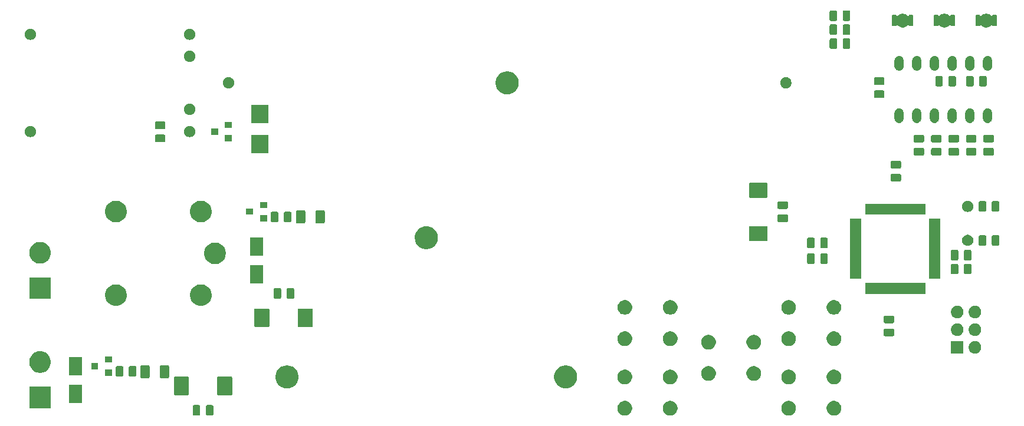
<source format=gts>
G04 #@! TF.GenerationSoftware,KiCad,Pcbnew,5.1.5+dfsg1-2build2*
G04 #@! TF.CreationDate,2021-09-03T11:11:35+02:00*
G04 #@! TF.ProjectId,Plant care system,506c616e-7420-4636-9172-652073797374,rev?*
G04 #@! TF.SameCoordinates,Original*
G04 #@! TF.FileFunction,Soldermask,Top*
G04 #@! TF.FilePolarity,Negative*
%FSLAX46Y46*%
G04 Gerber Fmt 4.6, Leading zero omitted, Abs format (unit mm)*
G04 Created by KiCad (PCBNEW 5.1.5+dfsg1-2build2) date 2021-09-03 11:11:35*
%MOMM*%
%LPD*%
G04 APERTURE LIST*
%ADD10C,0.100000*%
G04 APERTURE END LIST*
D10*
G36*
X147806564Y-80989389D02*
G01*
X147997833Y-81068615D01*
X147997835Y-81068616D01*
X148169973Y-81183635D01*
X148316365Y-81330027D01*
X148431385Y-81502167D01*
X148510611Y-81693436D01*
X148551000Y-81896484D01*
X148551000Y-82103516D01*
X148510611Y-82306564D01*
X148431385Y-82497833D01*
X148431384Y-82497835D01*
X148316365Y-82669973D01*
X148169973Y-82816365D01*
X147997835Y-82931384D01*
X147997834Y-82931385D01*
X147997833Y-82931385D01*
X147806564Y-83010611D01*
X147603516Y-83051000D01*
X147396484Y-83051000D01*
X147193436Y-83010611D01*
X147002167Y-82931385D01*
X147002166Y-82931385D01*
X147002165Y-82931384D01*
X146830027Y-82816365D01*
X146683635Y-82669973D01*
X146568616Y-82497835D01*
X146568615Y-82497833D01*
X146489389Y-82306564D01*
X146449000Y-82103516D01*
X146449000Y-81896484D01*
X146489389Y-81693436D01*
X146568615Y-81502167D01*
X146683635Y-81330027D01*
X146830027Y-81183635D01*
X147002165Y-81068616D01*
X147002167Y-81068615D01*
X147193436Y-80989389D01*
X147396484Y-80949000D01*
X147603516Y-80949000D01*
X147806564Y-80989389D01*
G37*
G36*
X164806564Y-80989389D02*
G01*
X164997833Y-81068615D01*
X164997835Y-81068616D01*
X165169973Y-81183635D01*
X165316365Y-81330027D01*
X165431385Y-81502167D01*
X165510611Y-81693436D01*
X165551000Y-81896484D01*
X165551000Y-82103516D01*
X165510611Y-82306564D01*
X165431385Y-82497833D01*
X165431384Y-82497835D01*
X165316365Y-82669973D01*
X165169973Y-82816365D01*
X164997835Y-82931384D01*
X164997834Y-82931385D01*
X164997833Y-82931385D01*
X164806564Y-83010611D01*
X164603516Y-83051000D01*
X164396484Y-83051000D01*
X164193436Y-83010611D01*
X164002167Y-82931385D01*
X164002166Y-82931385D01*
X164002165Y-82931384D01*
X163830027Y-82816365D01*
X163683635Y-82669973D01*
X163568616Y-82497835D01*
X163568615Y-82497833D01*
X163489389Y-82306564D01*
X163449000Y-82103516D01*
X163449000Y-81896484D01*
X163489389Y-81693436D01*
X163568615Y-81502167D01*
X163683635Y-81330027D01*
X163830027Y-81183635D01*
X164002165Y-81068616D01*
X164002167Y-81068615D01*
X164193436Y-80989389D01*
X164396484Y-80949000D01*
X164603516Y-80949000D01*
X164806564Y-80989389D01*
G37*
G36*
X171306564Y-80989389D02*
G01*
X171497833Y-81068615D01*
X171497835Y-81068616D01*
X171669973Y-81183635D01*
X171816365Y-81330027D01*
X171931385Y-81502167D01*
X172010611Y-81693436D01*
X172051000Y-81896484D01*
X172051000Y-82103516D01*
X172010611Y-82306564D01*
X171931385Y-82497833D01*
X171931384Y-82497835D01*
X171816365Y-82669973D01*
X171669973Y-82816365D01*
X171497835Y-82931384D01*
X171497834Y-82931385D01*
X171497833Y-82931385D01*
X171306564Y-83010611D01*
X171103516Y-83051000D01*
X170896484Y-83051000D01*
X170693436Y-83010611D01*
X170502167Y-82931385D01*
X170502166Y-82931385D01*
X170502165Y-82931384D01*
X170330027Y-82816365D01*
X170183635Y-82669973D01*
X170068616Y-82497835D01*
X170068615Y-82497833D01*
X169989389Y-82306564D01*
X169949000Y-82103516D01*
X169949000Y-81896484D01*
X169989389Y-81693436D01*
X170068615Y-81502167D01*
X170183635Y-81330027D01*
X170330027Y-81183635D01*
X170502165Y-81068616D01*
X170502167Y-81068615D01*
X170693436Y-80989389D01*
X170896484Y-80949000D01*
X171103516Y-80949000D01*
X171306564Y-80989389D01*
G37*
G36*
X79884468Y-81553565D02*
G01*
X79923138Y-81565296D01*
X79958777Y-81584346D01*
X79990017Y-81609983D01*
X80015654Y-81641223D01*
X80034704Y-81676862D01*
X80046435Y-81715532D01*
X80051000Y-81761888D01*
X80051000Y-82838112D01*
X80046435Y-82884468D01*
X80034704Y-82923138D01*
X80015654Y-82958777D01*
X79990017Y-82990017D01*
X79958777Y-83015654D01*
X79923138Y-83034704D01*
X79884468Y-83046435D01*
X79838112Y-83051000D01*
X79186888Y-83051000D01*
X79140532Y-83046435D01*
X79101862Y-83034704D01*
X79066223Y-83015654D01*
X79034983Y-82990017D01*
X79009346Y-82958777D01*
X78990296Y-82923138D01*
X78978565Y-82884468D01*
X78974000Y-82838112D01*
X78974000Y-81761888D01*
X78978565Y-81715532D01*
X78990296Y-81676862D01*
X79009346Y-81641223D01*
X79034983Y-81609983D01*
X79066223Y-81584346D01*
X79101862Y-81565296D01*
X79140532Y-81553565D01*
X79186888Y-81549000D01*
X79838112Y-81549000D01*
X79884468Y-81553565D01*
G37*
G36*
X141306564Y-80989389D02*
G01*
X141497833Y-81068615D01*
X141497835Y-81068616D01*
X141669973Y-81183635D01*
X141816365Y-81330027D01*
X141931385Y-81502167D01*
X142010611Y-81693436D01*
X142051000Y-81896484D01*
X142051000Y-82103516D01*
X142010611Y-82306564D01*
X141931385Y-82497833D01*
X141931384Y-82497835D01*
X141816365Y-82669973D01*
X141669973Y-82816365D01*
X141497835Y-82931384D01*
X141497834Y-82931385D01*
X141497833Y-82931385D01*
X141306564Y-83010611D01*
X141103516Y-83051000D01*
X140896484Y-83051000D01*
X140693436Y-83010611D01*
X140502167Y-82931385D01*
X140502166Y-82931385D01*
X140502165Y-82931384D01*
X140330027Y-82816365D01*
X140183635Y-82669973D01*
X140068616Y-82497835D01*
X140068615Y-82497833D01*
X139989389Y-82306564D01*
X139949000Y-82103516D01*
X139949000Y-81896484D01*
X139989389Y-81693436D01*
X140068615Y-81502167D01*
X140183635Y-81330027D01*
X140330027Y-81183635D01*
X140502165Y-81068616D01*
X140502167Y-81068615D01*
X140693436Y-80989389D01*
X140896484Y-80949000D01*
X141103516Y-80949000D01*
X141306564Y-80989389D01*
G37*
G36*
X81759468Y-81553565D02*
G01*
X81798138Y-81565296D01*
X81833777Y-81584346D01*
X81865017Y-81609983D01*
X81890654Y-81641223D01*
X81909704Y-81676862D01*
X81921435Y-81715532D01*
X81926000Y-81761888D01*
X81926000Y-82838112D01*
X81921435Y-82884468D01*
X81909704Y-82923138D01*
X81890654Y-82958777D01*
X81865017Y-82990017D01*
X81833777Y-83015654D01*
X81798138Y-83034704D01*
X81759468Y-83046435D01*
X81713112Y-83051000D01*
X81061888Y-83051000D01*
X81015532Y-83046435D01*
X80976862Y-83034704D01*
X80941223Y-83015654D01*
X80909983Y-82990017D01*
X80884346Y-82958777D01*
X80865296Y-82923138D01*
X80853565Y-82884468D01*
X80849000Y-82838112D01*
X80849000Y-81761888D01*
X80853565Y-81715532D01*
X80865296Y-81676862D01*
X80884346Y-81641223D01*
X80909983Y-81609983D01*
X80941223Y-81584346D01*
X80976862Y-81565296D01*
X81015532Y-81553565D01*
X81061888Y-81549000D01*
X81713112Y-81549000D01*
X81759468Y-81553565D01*
G37*
G36*
X58601000Y-82001000D02*
G01*
X55499000Y-82001000D01*
X55499000Y-78899000D01*
X58601000Y-78899000D01*
X58601000Y-82001000D01*
G37*
G36*
X63101000Y-81251000D02*
G01*
X61199000Y-81251000D01*
X61199000Y-78649000D01*
X63101000Y-78649000D01*
X63101000Y-81251000D01*
G37*
G36*
X78291132Y-77477810D02*
G01*
X78322423Y-77487302D01*
X78351263Y-77502717D01*
X78376539Y-77523461D01*
X78397283Y-77548737D01*
X78412698Y-77577577D01*
X78422190Y-77608868D01*
X78426000Y-77647551D01*
X78426000Y-79952449D01*
X78422190Y-79991132D01*
X78412698Y-80022423D01*
X78397283Y-80051263D01*
X78376539Y-80076539D01*
X78351263Y-80097283D01*
X78322423Y-80112698D01*
X78291132Y-80122190D01*
X78252449Y-80126000D01*
X76422551Y-80126000D01*
X76383868Y-80122190D01*
X76352577Y-80112698D01*
X76323737Y-80097283D01*
X76298461Y-80076539D01*
X76277717Y-80051263D01*
X76262302Y-80022423D01*
X76252810Y-79991132D01*
X76249000Y-79952449D01*
X76249000Y-77647551D01*
X76252810Y-77608868D01*
X76262302Y-77577577D01*
X76277717Y-77548737D01*
X76298461Y-77523461D01*
X76323737Y-77502717D01*
X76352577Y-77487302D01*
X76383868Y-77477810D01*
X76422551Y-77474000D01*
X78252449Y-77474000D01*
X78291132Y-77477810D01*
G37*
G36*
X84516132Y-77477810D02*
G01*
X84547423Y-77487302D01*
X84576263Y-77502717D01*
X84601539Y-77523461D01*
X84622283Y-77548737D01*
X84637698Y-77577577D01*
X84647190Y-77608868D01*
X84651000Y-77647551D01*
X84651000Y-79952449D01*
X84647190Y-79991132D01*
X84637698Y-80022423D01*
X84622283Y-80051263D01*
X84601539Y-80076539D01*
X84576263Y-80097283D01*
X84547423Y-80112698D01*
X84516132Y-80122190D01*
X84477449Y-80126000D01*
X82647551Y-80126000D01*
X82608868Y-80122190D01*
X82577577Y-80112698D01*
X82548737Y-80097283D01*
X82523461Y-80076539D01*
X82502717Y-80051263D01*
X82487302Y-80022423D01*
X82477810Y-79991132D01*
X82474000Y-79952449D01*
X82474000Y-77647551D01*
X82477810Y-77608868D01*
X82487302Y-77577577D01*
X82502717Y-77548737D01*
X82523461Y-77523461D01*
X82548737Y-77502717D01*
X82577577Y-77487302D01*
X82608868Y-77477810D01*
X82647551Y-77474000D01*
X84477449Y-77474000D01*
X84516132Y-77477810D01*
G37*
G36*
X132875256Y-75891298D02*
G01*
X132981579Y-75912447D01*
X133171034Y-75990922D01*
X133254605Y-76025538D01*
X133282042Y-76036903D01*
X133552451Y-76217585D01*
X133782415Y-76447549D01*
X133963097Y-76717958D01*
X134080820Y-77002165D01*
X134087553Y-77018422D01*
X134151000Y-77337389D01*
X134151000Y-77662611D01*
X134120416Y-77816365D01*
X134087553Y-77981579D01*
X133963097Y-78282042D01*
X133782415Y-78552451D01*
X133552451Y-78782415D01*
X133282042Y-78963097D01*
X132981579Y-79087553D01*
X132875256Y-79108702D01*
X132662611Y-79151000D01*
X132337389Y-79151000D01*
X132124744Y-79108702D01*
X132018421Y-79087553D01*
X131717958Y-78963097D01*
X131447549Y-78782415D01*
X131217585Y-78552451D01*
X131036903Y-78282042D01*
X130912447Y-77981579D01*
X130879584Y-77816365D01*
X130849000Y-77662611D01*
X130849000Y-77337389D01*
X130912447Y-77018422D01*
X130919181Y-77002165D01*
X131036903Y-76717958D01*
X131217585Y-76447549D01*
X131447549Y-76217585D01*
X131717958Y-76036903D01*
X131745396Y-76025538D01*
X131828966Y-75990922D01*
X132018421Y-75912447D01*
X132124744Y-75891298D01*
X132337389Y-75849000D01*
X132662611Y-75849000D01*
X132875256Y-75891298D01*
G37*
G36*
X92875256Y-75891298D02*
G01*
X92981579Y-75912447D01*
X93171034Y-75990922D01*
X93254605Y-76025538D01*
X93282042Y-76036903D01*
X93552451Y-76217585D01*
X93782415Y-76447549D01*
X93963097Y-76717958D01*
X94080820Y-77002165D01*
X94087553Y-77018422D01*
X94151000Y-77337389D01*
X94151000Y-77662611D01*
X94120416Y-77816365D01*
X94087553Y-77981579D01*
X93963097Y-78282042D01*
X93782415Y-78552451D01*
X93552451Y-78782415D01*
X93282042Y-78963097D01*
X92981579Y-79087553D01*
X92875256Y-79108702D01*
X92662611Y-79151000D01*
X92337389Y-79151000D01*
X92124744Y-79108702D01*
X92018421Y-79087553D01*
X91717958Y-78963097D01*
X91447549Y-78782415D01*
X91217585Y-78552451D01*
X91036903Y-78282042D01*
X90912447Y-77981579D01*
X90879584Y-77816365D01*
X90849000Y-77662611D01*
X90849000Y-77337389D01*
X90912447Y-77018422D01*
X90919181Y-77002165D01*
X91036903Y-76717958D01*
X91217585Y-76447549D01*
X91447549Y-76217585D01*
X91717958Y-76036903D01*
X91745396Y-76025538D01*
X91828966Y-75990922D01*
X92018421Y-75912447D01*
X92124744Y-75891298D01*
X92337389Y-75849000D01*
X92662611Y-75849000D01*
X92875256Y-75891298D01*
G37*
G36*
X171306564Y-76489389D02*
G01*
X171497833Y-76568615D01*
X171497835Y-76568616D01*
X171669973Y-76683635D01*
X171816365Y-76830027D01*
X171860772Y-76896486D01*
X171931385Y-77002167D01*
X172010611Y-77193436D01*
X172051000Y-77396484D01*
X172051000Y-77603516D01*
X172010611Y-77806564D01*
X171931385Y-77997833D01*
X171931384Y-77997835D01*
X171816365Y-78169973D01*
X171669973Y-78316365D01*
X171497835Y-78431384D01*
X171497834Y-78431385D01*
X171497833Y-78431385D01*
X171306564Y-78510611D01*
X171103516Y-78551000D01*
X170896484Y-78551000D01*
X170693436Y-78510611D01*
X170502167Y-78431385D01*
X170502166Y-78431385D01*
X170502165Y-78431384D01*
X170330027Y-78316365D01*
X170183635Y-78169973D01*
X170068616Y-77997835D01*
X170068615Y-77997833D01*
X169989389Y-77806564D01*
X169949000Y-77603516D01*
X169949000Y-77396484D01*
X169989389Y-77193436D01*
X170068615Y-77002167D01*
X170139229Y-76896486D01*
X170183635Y-76830027D01*
X170330027Y-76683635D01*
X170502165Y-76568616D01*
X170502167Y-76568615D01*
X170693436Y-76489389D01*
X170896484Y-76449000D01*
X171103516Y-76449000D01*
X171306564Y-76489389D01*
G37*
G36*
X164806564Y-76489389D02*
G01*
X164997833Y-76568615D01*
X164997835Y-76568616D01*
X165169973Y-76683635D01*
X165316365Y-76830027D01*
X165360772Y-76896486D01*
X165431385Y-77002167D01*
X165510611Y-77193436D01*
X165551000Y-77396484D01*
X165551000Y-77603516D01*
X165510611Y-77806564D01*
X165431385Y-77997833D01*
X165431384Y-77997835D01*
X165316365Y-78169973D01*
X165169973Y-78316365D01*
X164997835Y-78431384D01*
X164997834Y-78431385D01*
X164997833Y-78431385D01*
X164806564Y-78510611D01*
X164603516Y-78551000D01*
X164396484Y-78551000D01*
X164193436Y-78510611D01*
X164002167Y-78431385D01*
X164002166Y-78431385D01*
X164002165Y-78431384D01*
X163830027Y-78316365D01*
X163683635Y-78169973D01*
X163568616Y-77997835D01*
X163568615Y-77997833D01*
X163489389Y-77806564D01*
X163449000Y-77603516D01*
X163449000Y-77396484D01*
X163489389Y-77193436D01*
X163568615Y-77002167D01*
X163639229Y-76896486D01*
X163683635Y-76830027D01*
X163830027Y-76683635D01*
X164002165Y-76568616D01*
X164002167Y-76568615D01*
X164193436Y-76489389D01*
X164396484Y-76449000D01*
X164603516Y-76449000D01*
X164806564Y-76489389D01*
G37*
G36*
X147806564Y-76489389D02*
G01*
X147997833Y-76568615D01*
X147997835Y-76568616D01*
X148169973Y-76683635D01*
X148316365Y-76830027D01*
X148360772Y-76896486D01*
X148431385Y-77002167D01*
X148510611Y-77193436D01*
X148551000Y-77396484D01*
X148551000Y-77603516D01*
X148510611Y-77806564D01*
X148431385Y-77997833D01*
X148431384Y-77997835D01*
X148316365Y-78169973D01*
X148169973Y-78316365D01*
X147997835Y-78431384D01*
X147997834Y-78431385D01*
X147997833Y-78431385D01*
X147806564Y-78510611D01*
X147603516Y-78551000D01*
X147396484Y-78551000D01*
X147193436Y-78510611D01*
X147002167Y-78431385D01*
X147002166Y-78431385D01*
X147002165Y-78431384D01*
X146830027Y-78316365D01*
X146683635Y-78169973D01*
X146568616Y-77997835D01*
X146568615Y-77997833D01*
X146489389Y-77806564D01*
X146449000Y-77603516D01*
X146449000Y-77396484D01*
X146489389Y-77193436D01*
X146568615Y-77002167D01*
X146639229Y-76896486D01*
X146683635Y-76830027D01*
X146830027Y-76683635D01*
X147002165Y-76568616D01*
X147002167Y-76568615D01*
X147193436Y-76489389D01*
X147396484Y-76449000D01*
X147603516Y-76449000D01*
X147806564Y-76489389D01*
G37*
G36*
X141306564Y-76489389D02*
G01*
X141497833Y-76568615D01*
X141497835Y-76568616D01*
X141669973Y-76683635D01*
X141816365Y-76830027D01*
X141860772Y-76896486D01*
X141931385Y-77002167D01*
X142010611Y-77193436D01*
X142051000Y-77396484D01*
X142051000Y-77603516D01*
X142010611Y-77806564D01*
X141931385Y-77997833D01*
X141931384Y-77997835D01*
X141816365Y-78169973D01*
X141669973Y-78316365D01*
X141497835Y-78431384D01*
X141497834Y-78431385D01*
X141497833Y-78431385D01*
X141306564Y-78510611D01*
X141103516Y-78551000D01*
X140896484Y-78551000D01*
X140693436Y-78510611D01*
X140502167Y-78431385D01*
X140502166Y-78431385D01*
X140502165Y-78431384D01*
X140330027Y-78316365D01*
X140183635Y-78169973D01*
X140068616Y-77997835D01*
X140068615Y-77997833D01*
X139989389Y-77806564D01*
X139949000Y-77603516D01*
X139949000Y-77396484D01*
X139989389Y-77193436D01*
X140068615Y-77002167D01*
X140139229Y-76896486D01*
X140183635Y-76830027D01*
X140330027Y-76683635D01*
X140502165Y-76568616D01*
X140502167Y-76568615D01*
X140693436Y-76489389D01*
X140896484Y-76449000D01*
X141103516Y-76449000D01*
X141306564Y-76489389D01*
G37*
G36*
X159806564Y-75989389D02*
G01*
X159997833Y-76068615D01*
X159997835Y-76068616D01*
X160137426Y-76161888D01*
X160169973Y-76183635D01*
X160316365Y-76330027D01*
X160431385Y-76502167D01*
X160510611Y-76693436D01*
X160551000Y-76896484D01*
X160551000Y-77103516D01*
X160510611Y-77306564D01*
X160439679Y-77477810D01*
X160431384Y-77497835D01*
X160316365Y-77669973D01*
X160169973Y-77816365D01*
X159997835Y-77931384D01*
X159997834Y-77931385D01*
X159997833Y-77931385D01*
X159806564Y-78010611D01*
X159603516Y-78051000D01*
X159396484Y-78051000D01*
X159193436Y-78010611D01*
X159002167Y-77931385D01*
X159002166Y-77931385D01*
X159002165Y-77931384D01*
X158830027Y-77816365D01*
X158683635Y-77669973D01*
X158568616Y-77497835D01*
X158560321Y-77477810D01*
X158489389Y-77306564D01*
X158449000Y-77103516D01*
X158449000Y-76896484D01*
X158489389Y-76693436D01*
X158568615Y-76502167D01*
X158683635Y-76330027D01*
X158830027Y-76183635D01*
X158862574Y-76161888D01*
X159002165Y-76068616D01*
X159002167Y-76068615D01*
X159193436Y-75989389D01*
X159396484Y-75949000D01*
X159603516Y-75949000D01*
X159806564Y-75989389D01*
G37*
G36*
X153306564Y-75989389D02*
G01*
X153497833Y-76068615D01*
X153497835Y-76068616D01*
X153637426Y-76161888D01*
X153669973Y-76183635D01*
X153816365Y-76330027D01*
X153931385Y-76502167D01*
X154010611Y-76693436D01*
X154051000Y-76896484D01*
X154051000Y-77103516D01*
X154010611Y-77306564D01*
X153939679Y-77477810D01*
X153931384Y-77497835D01*
X153816365Y-77669973D01*
X153669973Y-77816365D01*
X153497835Y-77931384D01*
X153497834Y-77931385D01*
X153497833Y-77931385D01*
X153306564Y-78010611D01*
X153103516Y-78051000D01*
X152896484Y-78051000D01*
X152693436Y-78010611D01*
X152502167Y-77931385D01*
X152502166Y-77931385D01*
X152502165Y-77931384D01*
X152330027Y-77816365D01*
X152183635Y-77669973D01*
X152068616Y-77497835D01*
X152060321Y-77477810D01*
X151989389Y-77306564D01*
X151949000Y-77103516D01*
X151949000Y-76896484D01*
X151989389Y-76693436D01*
X152068615Y-76502167D01*
X152183635Y-76330027D01*
X152330027Y-76183635D01*
X152362574Y-76161888D01*
X152502165Y-76068616D01*
X152502167Y-76068615D01*
X152693436Y-75989389D01*
X152896484Y-75949000D01*
X153103516Y-75949000D01*
X153306564Y-75989389D01*
G37*
G36*
X75418604Y-75828347D02*
G01*
X75455144Y-75839432D01*
X75488821Y-75857433D01*
X75518341Y-75881659D01*
X75542567Y-75911179D01*
X75560568Y-75944856D01*
X75571653Y-75981396D01*
X75576000Y-76025538D01*
X75576000Y-77474462D01*
X75571653Y-77518604D01*
X75560568Y-77555144D01*
X75542567Y-77588821D01*
X75518341Y-77618341D01*
X75488821Y-77642567D01*
X75455144Y-77660568D01*
X75418604Y-77671653D01*
X75374462Y-77676000D01*
X74425538Y-77676000D01*
X74381396Y-77671653D01*
X74344856Y-77660568D01*
X74311179Y-77642567D01*
X74281659Y-77618341D01*
X74257433Y-77588821D01*
X74239432Y-77555144D01*
X74228347Y-77518604D01*
X74224000Y-77474462D01*
X74224000Y-76025538D01*
X74228347Y-75981396D01*
X74239432Y-75944856D01*
X74257433Y-75911179D01*
X74281659Y-75881659D01*
X74311179Y-75857433D01*
X74344856Y-75839432D01*
X74381396Y-75828347D01*
X74425538Y-75824000D01*
X75374462Y-75824000D01*
X75418604Y-75828347D01*
G37*
G36*
X72618604Y-75828347D02*
G01*
X72655144Y-75839432D01*
X72688821Y-75857433D01*
X72718341Y-75881659D01*
X72742567Y-75911179D01*
X72760568Y-75944856D01*
X72771653Y-75981396D01*
X72776000Y-76025538D01*
X72776000Y-77474462D01*
X72771653Y-77518604D01*
X72760568Y-77555144D01*
X72742567Y-77588821D01*
X72718341Y-77618341D01*
X72688821Y-77642567D01*
X72655144Y-77660568D01*
X72618604Y-77671653D01*
X72574462Y-77676000D01*
X71625538Y-77676000D01*
X71581396Y-77671653D01*
X71544856Y-77660568D01*
X71511179Y-77642567D01*
X71481659Y-77618341D01*
X71457433Y-77588821D01*
X71439432Y-77555144D01*
X71428347Y-77518604D01*
X71424000Y-77474462D01*
X71424000Y-76025538D01*
X71428347Y-75981396D01*
X71439432Y-75944856D01*
X71457433Y-75911179D01*
X71481659Y-75881659D01*
X71511179Y-75857433D01*
X71544856Y-75839432D01*
X71581396Y-75828347D01*
X71625538Y-75824000D01*
X72574462Y-75824000D01*
X72618604Y-75828347D01*
G37*
G36*
X68834468Y-75953565D02*
G01*
X68873138Y-75965296D01*
X68908777Y-75984346D01*
X68940017Y-76009983D01*
X68965654Y-76041223D01*
X68984704Y-76076862D01*
X68996435Y-76115532D01*
X69001000Y-76161888D01*
X69001000Y-77238112D01*
X68996435Y-77284468D01*
X68984704Y-77323138D01*
X68965654Y-77358777D01*
X68940017Y-77390017D01*
X68908777Y-77415654D01*
X68873138Y-77434704D01*
X68834468Y-77446435D01*
X68788112Y-77451000D01*
X68136888Y-77451000D01*
X68090532Y-77446435D01*
X68051862Y-77434704D01*
X68016223Y-77415654D01*
X67984983Y-77390017D01*
X67959346Y-77358777D01*
X67940296Y-77323138D01*
X67928565Y-77284468D01*
X67924000Y-77238112D01*
X67924000Y-76161888D01*
X67928565Y-76115532D01*
X67940296Y-76076862D01*
X67959346Y-76041223D01*
X67984983Y-76009983D01*
X68016223Y-75984346D01*
X68051862Y-75965296D01*
X68090532Y-75953565D01*
X68136888Y-75949000D01*
X68788112Y-75949000D01*
X68834468Y-75953565D01*
G37*
G36*
X70709468Y-75953565D02*
G01*
X70748138Y-75965296D01*
X70783777Y-75984346D01*
X70815017Y-76009983D01*
X70840654Y-76041223D01*
X70859704Y-76076862D01*
X70871435Y-76115532D01*
X70876000Y-76161888D01*
X70876000Y-77238112D01*
X70871435Y-77284468D01*
X70859704Y-77323138D01*
X70840654Y-77358777D01*
X70815017Y-77390017D01*
X70783777Y-77415654D01*
X70748138Y-77434704D01*
X70709468Y-77446435D01*
X70663112Y-77451000D01*
X70011888Y-77451000D01*
X69965532Y-77446435D01*
X69926862Y-77434704D01*
X69891223Y-77415654D01*
X69859983Y-77390017D01*
X69834346Y-77358777D01*
X69815296Y-77323138D01*
X69803565Y-77284468D01*
X69799000Y-77238112D01*
X69799000Y-76161888D01*
X69803565Y-76115532D01*
X69815296Y-76076862D01*
X69834346Y-76041223D01*
X69859983Y-76009983D01*
X69891223Y-75984346D01*
X69926862Y-75965296D01*
X69965532Y-75953565D01*
X70011888Y-75949000D01*
X70663112Y-75949000D01*
X70709468Y-75953565D01*
G37*
G36*
X67401000Y-77351000D02*
G01*
X66399000Y-77351000D01*
X66399000Y-76449000D01*
X67401000Y-76449000D01*
X67401000Y-77351000D01*
G37*
G36*
X63101000Y-77251000D02*
G01*
X61199000Y-77251000D01*
X61199000Y-74649000D01*
X63101000Y-74649000D01*
X63101000Y-77251000D01*
G37*
G36*
X57352585Y-73848802D02*
G01*
X57502410Y-73878604D01*
X57784674Y-73995521D01*
X58038705Y-74165259D01*
X58254741Y-74381295D01*
X58424479Y-74635326D01*
X58541396Y-74917590D01*
X58601000Y-75217240D01*
X58601000Y-75522760D01*
X58541396Y-75822410D01*
X58424479Y-76104674D01*
X58254741Y-76358705D01*
X58038705Y-76574741D01*
X57784674Y-76744479D01*
X57502410Y-76861396D01*
X57352585Y-76891198D01*
X57202761Y-76921000D01*
X56897239Y-76921000D01*
X56747415Y-76891198D01*
X56597590Y-76861396D01*
X56315326Y-76744479D01*
X56061295Y-76574741D01*
X55845259Y-76358705D01*
X55675521Y-76104674D01*
X55558604Y-75822410D01*
X55499000Y-75522760D01*
X55499000Y-75217240D01*
X55558604Y-74917590D01*
X55675521Y-74635326D01*
X55845259Y-74381295D01*
X56061295Y-74165259D01*
X56315326Y-73995521D01*
X56597590Y-73878604D01*
X56747415Y-73848802D01*
X56897239Y-73819000D01*
X57202761Y-73819000D01*
X57352585Y-73848802D01*
G37*
G36*
X65401000Y-76401000D02*
G01*
X64399000Y-76401000D01*
X64399000Y-75499000D01*
X65401000Y-75499000D01*
X65401000Y-76401000D01*
G37*
G36*
X67401000Y-75451000D02*
G01*
X66399000Y-75451000D01*
X66399000Y-74549000D01*
X67401000Y-74549000D01*
X67401000Y-75451000D01*
G37*
G36*
X191353512Y-72353927D02*
G01*
X191502812Y-72383624D01*
X191666784Y-72451544D01*
X191814354Y-72550147D01*
X191939853Y-72675646D01*
X192038456Y-72823216D01*
X192106376Y-72987188D01*
X192141000Y-73161259D01*
X192141000Y-73338741D01*
X192106376Y-73512812D01*
X192038456Y-73676784D01*
X191939853Y-73824354D01*
X191814354Y-73949853D01*
X191666784Y-74048456D01*
X191502812Y-74116376D01*
X191353512Y-74146073D01*
X191328742Y-74151000D01*
X191151258Y-74151000D01*
X191126488Y-74146073D01*
X190977188Y-74116376D01*
X190813216Y-74048456D01*
X190665646Y-73949853D01*
X190540147Y-73824354D01*
X190441544Y-73676784D01*
X190373624Y-73512812D01*
X190339000Y-73338741D01*
X190339000Y-73161259D01*
X190373624Y-72987188D01*
X190441544Y-72823216D01*
X190540147Y-72675646D01*
X190665646Y-72550147D01*
X190813216Y-72451544D01*
X190977188Y-72383624D01*
X191126488Y-72353927D01*
X191151258Y-72349000D01*
X191328742Y-72349000D01*
X191353512Y-72353927D01*
G37*
G36*
X189601000Y-74151000D02*
G01*
X187799000Y-74151000D01*
X187799000Y-72349000D01*
X189601000Y-72349000D01*
X189601000Y-74151000D01*
G37*
G36*
X159806564Y-71489389D02*
G01*
X159938013Y-71543837D01*
X159997835Y-71568616D01*
X160169973Y-71683635D01*
X160316365Y-71830027D01*
X160360772Y-71896486D01*
X160431385Y-72002167D01*
X160510611Y-72193436D01*
X160551000Y-72396484D01*
X160551000Y-72603516D01*
X160510611Y-72806564D01*
X160435794Y-72987188D01*
X160431384Y-72997835D01*
X160316365Y-73169973D01*
X160169973Y-73316365D01*
X159997835Y-73431384D01*
X159997834Y-73431385D01*
X159997833Y-73431385D01*
X159806564Y-73510611D01*
X159603516Y-73551000D01*
X159396484Y-73551000D01*
X159193436Y-73510611D01*
X159002167Y-73431385D01*
X159002166Y-73431385D01*
X159002165Y-73431384D01*
X158830027Y-73316365D01*
X158683635Y-73169973D01*
X158568616Y-72997835D01*
X158564206Y-72987188D01*
X158489389Y-72806564D01*
X158449000Y-72603516D01*
X158449000Y-72396484D01*
X158489389Y-72193436D01*
X158568615Y-72002167D01*
X158639229Y-71896486D01*
X158683635Y-71830027D01*
X158830027Y-71683635D01*
X159002165Y-71568616D01*
X159061987Y-71543837D01*
X159193436Y-71489389D01*
X159396484Y-71449000D01*
X159603516Y-71449000D01*
X159806564Y-71489389D01*
G37*
G36*
X153306564Y-71489389D02*
G01*
X153438013Y-71543837D01*
X153497835Y-71568616D01*
X153669973Y-71683635D01*
X153816365Y-71830027D01*
X153860772Y-71896486D01*
X153931385Y-72002167D01*
X154010611Y-72193436D01*
X154051000Y-72396484D01*
X154051000Y-72603516D01*
X154010611Y-72806564D01*
X153935794Y-72987188D01*
X153931384Y-72997835D01*
X153816365Y-73169973D01*
X153669973Y-73316365D01*
X153497835Y-73431384D01*
X153497834Y-73431385D01*
X153497833Y-73431385D01*
X153306564Y-73510611D01*
X153103516Y-73551000D01*
X152896484Y-73551000D01*
X152693436Y-73510611D01*
X152502167Y-73431385D01*
X152502166Y-73431385D01*
X152502165Y-73431384D01*
X152330027Y-73316365D01*
X152183635Y-73169973D01*
X152068616Y-72997835D01*
X152064206Y-72987188D01*
X151989389Y-72806564D01*
X151949000Y-72603516D01*
X151949000Y-72396484D01*
X151989389Y-72193436D01*
X152068615Y-72002167D01*
X152139229Y-71896486D01*
X152183635Y-71830027D01*
X152330027Y-71683635D01*
X152502165Y-71568616D01*
X152561987Y-71543837D01*
X152693436Y-71489389D01*
X152896484Y-71449000D01*
X153103516Y-71449000D01*
X153306564Y-71489389D01*
G37*
G36*
X171306564Y-70989389D02*
G01*
X171497833Y-71068615D01*
X171497835Y-71068616D01*
X171669973Y-71183635D01*
X171816365Y-71330027D01*
X171894376Y-71446778D01*
X171931385Y-71502167D01*
X172010611Y-71693436D01*
X172051000Y-71896484D01*
X172051000Y-72103516D01*
X172010611Y-72306564D01*
X171978691Y-72383625D01*
X171931384Y-72497835D01*
X171816365Y-72669973D01*
X171669973Y-72816365D01*
X171497835Y-72931384D01*
X171497834Y-72931385D01*
X171497833Y-72931385D01*
X171306564Y-73010611D01*
X171103516Y-73051000D01*
X170896484Y-73051000D01*
X170693436Y-73010611D01*
X170502167Y-72931385D01*
X170502166Y-72931385D01*
X170502165Y-72931384D01*
X170330027Y-72816365D01*
X170183635Y-72669973D01*
X170068616Y-72497835D01*
X170021309Y-72383625D01*
X169989389Y-72306564D01*
X169949000Y-72103516D01*
X169949000Y-71896484D01*
X169989389Y-71693436D01*
X170068615Y-71502167D01*
X170105625Y-71446778D01*
X170183635Y-71330027D01*
X170330027Y-71183635D01*
X170502165Y-71068616D01*
X170502167Y-71068615D01*
X170693436Y-70989389D01*
X170896484Y-70949000D01*
X171103516Y-70949000D01*
X171306564Y-70989389D01*
G37*
G36*
X147806564Y-70989389D02*
G01*
X147997833Y-71068615D01*
X147997835Y-71068616D01*
X148169973Y-71183635D01*
X148316365Y-71330027D01*
X148394376Y-71446778D01*
X148431385Y-71502167D01*
X148510611Y-71693436D01*
X148551000Y-71896484D01*
X148551000Y-72103516D01*
X148510611Y-72306564D01*
X148478691Y-72383625D01*
X148431384Y-72497835D01*
X148316365Y-72669973D01*
X148169973Y-72816365D01*
X147997835Y-72931384D01*
X147997834Y-72931385D01*
X147997833Y-72931385D01*
X147806564Y-73010611D01*
X147603516Y-73051000D01*
X147396484Y-73051000D01*
X147193436Y-73010611D01*
X147002167Y-72931385D01*
X147002166Y-72931385D01*
X147002165Y-72931384D01*
X146830027Y-72816365D01*
X146683635Y-72669973D01*
X146568616Y-72497835D01*
X146521309Y-72383625D01*
X146489389Y-72306564D01*
X146449000Y-72103516D01*
X146449000Y-71896484D01*
X146489389Y-71693436D01*
X146568615Y-71502167D01*
X146605625Y-71446778D01*
X146683635Y-71330027D01*
X146830027Y-71183635D01*
X147002165Y-71068616D01*
X147002167Y-71068615D01*
X147193436Y-70989389D01*
X147396484Y-70949000D01*
X147603516Y-70949000D01*
X147806564Y-70989389D01*
G37*
G36*
X141306564Y-70989389D02*
G01*
X141497833Y-71068615D01*
X141497835Y-71068616D01*
X141669973Y-71183635D01*
X141816365Y-71330027D01*
X141894376Y-71446778D01*
X141931385Y-71502167D01*
X142010611Y-71693436D01*
X142051000Y-71896484D01*
X142051000Y-72103516D01*
X142010611Y-72306564D01*
X141978691Y-72383625D01*
X141931384Y-72497835D01*
X141816365Y-72669973D01*
X141669973Y-72816365D01*
X141497835Y-72931384D01*
X141497834Y-72931385D01*
X141497833Y-72931385D01*
X141306564Y-73010611D01*
X141103516Y-73051000D01*
X140896484Y-73051000D01*
X140693436Y-73010611D01*
X140502167Y-72931385D01*
X140502166Y-72931385D01*
X140502165Y-72931384D01*
X140330027Y-72816365D01*
X140183635Y-72669973D01*
X140068616Y-72497835D01*
X140021309Y-72383625D01*
X139989389Y-72306564D01*
X139949000Y-72103516D01*
X139949000Y-71896484D01*
X139989389Y-71693436D01*
X140068615Y-71502167D01*
X140105625Y-71446778D01*
X140183635Y-71330027D01*
X140330027Y-71183635D01*
X140502165Y-71068616D01*
X140502167Y-71068615D01*
X140693436Y-70989389D01*
X140896484Y-70949000D01*
X141103516Y-70949000D01*
X141306564Y-70989389D01*
G37*
G36*
X164806564Y-70989389D02*
G01*
X164997833Y-71068615D01*
X164997835Y-71068616D01*
X165169973Y-71183635D01*
X165316365Y-71330027D01*
X165394376Y-71446778D01*
X165431385Y-71502167D01*
X165510611Y-71693436D01*
X165551000Y-71896484D01*
X165551000Y-72103516D01*
X165510611Y-72306564D01*
X165478691Y-72383625D01*
X165431384Y-72497835D01*
X165316365Y-72669973D01*
X165169973Y-72816365D01*
X164997835Y-72931384D01*
X164997834Y-72931385D01*
X164997833Y-72931385D01*
X164806564Y-73010611D01*
X164603516Y-73051000D01*
X164396484Y-73051000D01*
X164193436Y-73010611D01*
X164002167Y-72931385D01*
X164002166Y-72931385D01*
X164002165Y-72931384D01*
X163830027Y-72816365D01*
X163683635Y-72669973D01*
X163568616Y-72497835D01*
X163521309Y-72383625D01*
X163489389Y-72306564D01*
X163449000Y-72103516D01*
X163449000Y-71896484D01*
X163489389Y-71693436D01*
X163568615Y-71502167D01*
X163605625Y-71446778D01*
X163683635Y-71330027D01*
X163830027Y-71183635D01*
X164002165Y-71068616D01*
X164002167Y-71068615D01*
X164193436Y-70989389D01*
X164396484Y-70949000D01*
X164603516Y-70949000D01*
X164806564Y-70989389D01*
G37*
G36*
X179484468Y-70591065D02*
G01*
X179523138Y-70602796D01*
X179558777Y-70621846D01*
X179590017Y-70647483D01*
X179615654Y-70678723D01*
X179634704Y-70714362D01*
X179646435Y-70753032D01*
X179651000Y-70799388D01*
X179651000Y-71450612D01*
X179646435Y-71496968D01*
X179634704Y-71535638D01*
X179615654Y-71571277D01*
X179590017Y-71602517D01*
X179558777Y-71628154D01*
X179523138Y-71647204D01*
X179484468Y-71658935D01*
X179438112Y-71663500D01*
X178361888Y-71663500D01*
X178315532Y-71658935D01*
X178276862Y-71647204D01*
X178241223Y-71628154D01*
X178209983Y-71602517D01*
X178184346Y-71571277D01*
X178165296Y-71535638D01*
X178153565Y-71496968D01*
X178149000Y-71450612D01*
X178149000Y-70799388D01*
X178153565Y-70753032D01*
X178165296Y-70714362D01*
X178184346Y-70678723D01*
X178209983Y-70647483D01*
X178241223Y-70621846D01*
X178276862Y-70602796D01*
X178315532Y-70591065D01*
X178361888Y-70586500D01*
X179438112Y-70586500D01*
X179484468Y-70591065D01*
G37*
G36*
X191353512Y-69813927D02*
G01*
X191502812Y-69843624D01*
X191666784Y-69911544D01*
X191814354Y-70010147D01*
X191939853Y-70135646D01*
X192038456Y-70283216D01*
X192106376Y-70447188D01*
X192134086Y-70586500D01*
X192141000Y-70621258D01*
X192141000Y-70798742D01*
X192140109Y-70803222D01*
X192106376Y-70972812D01*
X192038456Y-71136784D01*
X191939853Y-71284354D01*
X191814354Y-71409853D01*
X191666784Y-71508456D01*
X191502812Y-71576376D01*
X191353512Y-71606073D01*
X191328742Y-71611000D01*
X191151258Y-71611000D01*
X191126488Y-71606073D01*
X190977188Y-71576376D01*
X190813216Y-71508456D01*
X190665646Y-71409853D01*
X190540147Y-71284354D01*
X190441544Y-71136784D01*
X190373624Y-70972812D01*
X190339891Y-70803222D01*
X190339000Y-70798742D01*
X190339000Y-70621258D01*
X190345914Y-70586500D01*
X190373624Y-70447188D01*
X190441544Y-70283216D01*
X190540147Y-70135646D01*
X190665646Y-70010147D01*
X190813216Y-69911544D01*
X190977188Y-69843624D01*
X191126488Y-69813927D01*
X191151258Y-69809000D01*
X191328742Y-69809000D01*
X191353512Y-69813927D01*
G37*
G36*
X188813512Y-69813927D02*
G01*
X188962812Y-69843624D01*
X189126784Y-69911544D01*
X189274354Y-70010147D01*
X189399853Y-70135646D01*
X189498456Y-70283216D01*
X189566376Y-70447188D01*
X189594086Y-70586500D01*
X189601000Y-70621258D01*
X189601000Y-70798742D01*
X189600109Y-70803222D01*
X189566376Y-70972812D01*
X189498456Y-71136784D01*
X189399853Y-71284354D01*
X189274354Y-71409853D01*
X189126784Y-71508456D01*
X188962812Y-71576376D01*
X188813512Y-71606073D01*
X188788742Y-71611000D01*
X188611258Y-71611000D01*
X188586488Y-71606073D01*
X188437188Y-71576376D01*
X188273216Y-71508456D01*
X188125646Y-71409853D01*
X188000147Y-71284354D01*
X187901544Y-71136784D01*
X187833624Y-70972812D01*
X187799891Y-70803222D01*
X187799000Y-70798742D01*
X187799000Y-70621258D01*
X187805914Y-70586500D01*
X187833624Y-70447188D01*
X187901544Y-70283216D01*
X188000147Y-70135646D01*
X188125646Y-70010147D01*
X188273216Y-69911544D01*
X188437188Y-69843624D01*
X188586488Y-69813927D01*
X188611258Y-69809000D01*
X188788742Y-69809000D01*
X188813512Y-69813927D01*
G37*
G36*
X96066132Y-67677810D02*
G01*
X96097423Y-67687302D01*
X96126263Y-67702717D01*
X96151539Y-67723461D01*
X96172283Y-67748737D01*
X96187698Y-67777577D01*
X96197190Y-67808868D01*
X96201000Y-67847551D01*
X96201000Y-70152449D01*
X96197190Y-70191132D01*
X96187698Y-70222423D01*
X96172283Y-70251263D01*
X96151539Y-70276539D01*
X96126263Y-70297283D01*
X96097423Y-70312698D01*
X96066132Y-70322190D01*
X96027449Y-70326000D01*
X94197551Y-70326000D01*
X94158868Y-70322190D01*
X94127577Y-70312698D01*
X94098737Y-70297283D01*
X94073461Y-70276539D01*
X94052717Y-70251263D01*
X94037302Y-70222423D01*
X94027810Y-70191132D01*
X94024000Y-70152449D01*
X94024000Y-67847551D01*
X94027810Y-67808868D01*
X94037302Y-67777577D01*
X94052717Y-67748737D01*
X94073461Y-67723461D01*
X94098737Y-67702717D01*
X94127577Y-67687302D01*
X94158868Y-67677810D01*
X94197551Y-67674000D01*
X96027449Y-67674000D01*
X96066132Y-67677810D01*
G37*
G36*
X89841132Y-67677810D02*
G01*
X89872423Y-67687302D01*
X89901263Y-67702717D01*
X89926539Y-67723461D01*
X89947283Y-67748737D01*
X89962698Y-67777577D01*
X89972190Y-67808868D01*
X89976000Y-67847551D01*
X89976000Y-70152449D01*
X89972190Y-70191132D01*
X89962698Y-70222423D01*
X89947283Y-70251263D01*
X89926539Y-70276539D01*
X89901263Y-70297283D01*
X89872423Y-70312698D01*
X89841132Y-70322190D01*
X89802449Y-70326000D01*
X87972551Y-70326000D01*
X87933868Y-70322190D01*
X87902577Y-70312698D01*
X87873737Y-70297283D01*
X87848461Y-70276539D01*
X87827717Y-70251263D01*
X87812302Y-70222423D01*
X87802810Y-70191132D01*
X87799000Y-70152449D01*
X87799000Y-67847551D01*
X87802810Y-67808868D01*
X87812302Y-67777577D01*
X87827717Y-67748737D01*
X87848461Y-67723461D01*
X87873737Y-67702717D01*
X87902577Y-67687302D01*
X87933868Y-67677810D01*
X87972551Y-67674000D01*
X89802449Y-67674000D01*
X89841132Y-67677810D01*
G37*
G36*
X179484468Y-68716065D02*
G01*
X179523138Y-68727796D01*
X179558777Y-68746846D01*
X179590017Y-68772483D01*
X179615654Y-68803723D01*
X179634704Y-68839362D01*
X179646435Y-68878032D01*
X179651000Y-68924388D01*
X179651000Y-69575612D01*
X179646435Y-69621968D01*
X179634704Y-69660638D01*
X179615654Y-69696277D01*
X179590017Y-69727517D01*
X179558777Y-69753154D01*
X179523138Y-69772204D01*
X179484468Y-69783935D01*
X179438112Y-69788500D01*
X178361888Y-69788500D01*
X178315532Y-69783935D01*
X178276862Y-69772204D01*
X178241223Y-69753154D01*
X178209983Y-69727517D01*
X178184346Y-69696277D01*
X178165296Y-69660638D01*
X178153565Y-69621968D01*
X178149000Y-69575612D01*
X178149000Y-68924388D01*
X178153565Y-68878032D01*
X178165296Y-68839362D01*
X178184346Y-68803723D01*
X178209983Y-68772483D01*
X178241223Y-68746846D01*
X178276862Y-68727796D01*
X178315532Y-68716065D01*
X178361888Y-68711500D01*
X179438112Y-68711500D01*
X179484468Y-68716065D01*
G37*
G36*
X188813512Y-67273927D02*
G01*
X188962812Y-67303624D01*
X189126784Y-67371544D01*
X189274354Y-67470147D01*
X189399853Y-67595646D01*
X189498456Y-67743216D01*
X189566376Y-67907188D01*
X189601000Y-68081259D01*
X189601000Y-68258741D01*
X189566376Y-68432812D01*
X189498456Y-68596784D01*
X189399853Y-68744354D01*
X189274354Y-68869853D01*
X189126784Y-68968456D01*
X188962812Y-69036376D01*
X188813512Y-69066073D01*
X188788742Y-69071000D01*
X188611258Y-69071000D01*
X188586488Y-69066073D01*
X188437188Y-69036376D01*
X188273216Y-68968456D01*
X188125646Y-68869853D01*
X188000147Y-68744354D01*
X187901544Y-68596784D01*
X187833624Y-68432812D01*
X187799000Y-68258741D01*
X187799000Y-68081259D01*
X187833624Y-67907188D01*
X187901544Y-67743216D01*
X188000147Y-67595646D01*
X188125646Y-67470147D01*
X188273216Y-67371544D01*
X188437188Y-67303624D01*
X188586488Y-67273927D01*
X188611258Y-67269000D01*
X188788742Y-67269000D01*
X188813512Y-67273927D01*
G37*
G36*
X191353512Y-67273927D02*
G01*
X191502812Y-67303624D01*
X191666784Y-67371544D01*
X191814354Y-67470147D01*
X191939853Y-67595646D01*
X192038456Y-67743216D01*
X192106376Y-67907188D01*
X192141000Y-68081259D01*
X192141000Y-68258741D01*
X192106376Y-68432812D01*
X192038456Y-68596784D01*
X191939853Y-68744354D01*
X191814354Y-68869853D01*
X191666784Y-68968456D01*
X191502812Y-69036376D01*
X191353512Y-69066073D01*
X191328742Y-69071000D01*
X191151258Y-69071000D01*
X191126488Y-69066073D01*
X190977188Y-69036376D01*
X190813216Y-68968456D01*
X190665646Y-68869853D01*
X190540147Y-68744354D01*
X190441544Y-68596784D01*
X190373624Y-68432812D01*
X190339000Y-68258741D01*
X190339000Y-68081259D01*
X190373624Y-67907188D01*
X190441544Y-67743216D01*
X190540147Y-67595646D01*
X190665646Y-67470147D01*
X190813216Y-67371544D01*
X190977188Y-67303624D01*
X191126488Y-67273927D01*
X191151258Y-67269000D01*
X191328742Y-67269000D01*
X191353512Y-67273927D01*
G37*
G36*
X164806564Y-66489389D02*
G01*
X164997833Y-66568615D01*
X164997835Y-66568616D01*
X165169973Y-66683635D01*
X165316365Y-66830027D01*
X165399696Y-66954740D01*
X165431385Y-67002167D01*
X165510611Y-67193436D01*
X165551000Y-67396484D01*
X165551000Y-67603516D01*
X165510611Y-67806564D01*
X165468931Y-67907188D01*
X165431384Y-67997835D01*
X165316365Y-68169973D01*
X165169973Y-68316365D01*
X164997835Y-68431384D01*
X164997834Y-68431385D01*
X164997833Y-68431385D01*
X164806564Y-68510611D01*
X164603516Y-68551000D01*
X164396484Y-68551000D01*
X164193436Y-68510611D01*
X164002167Y-68431385D01*
X164002166Y-68431385D01*
X164002165Y-68431384D01*
X163830027Y-68316365D01*
X163683635Y-68169973D01*
X163568616Y-67997835D01*
X163531069Y-67907188D01*
X163489389Y-67806564D01*
X163449000Y-67603516D01*
X163449000Y-67396484D01*
X163489389Y-67193436D01*
X163568615Y-67002167D01*
X163600305Y-66954740D01*
X163683635Y-66830027D01*
X163830027Y-66683635D01*
X164002165Y-66568616D01*
X164002167Y-66568615D01*
X164193436Y-66489389D01*
X164396484Y-66449000D01*
X164603516Y-66449000D01*
X164806564Y-66489389D01*
G37*
G36*
X141306564Y-66489389D02*
G01*
X141497833Y-66568615D01*
X141497835Y-66568616D01*
X141669973Y-66683635D01*
X141816365Y-66830027D01*
X141899696Y-66954740D01*
X141931385Y-67002167D01*
X142010611Y-67193436D01*
X142051000Y-67396484D01*
X142051000Y-67603516D01*
X142010611Y-67806564D01*
X141968931Y-67907188D01*
X141931384Y-67997835D01*
X141816365Y-68169973D01*
X141669973Y-68316365D01*
X141497835Y-68431384D01*
X141497834Y-68431385D01*
X141497833Y-68431385D01*
X141306564Y-68510611D01*
X141103516Y-68551000D01*
X140896484Y-68551000D01*
X140693436Y-68510611D01*
X140502167Y-68431385D01*
X140502166Y-68431385D01*
X140502165Y-68431384D01*
X140330027Y-68316365D01*
X140183635Y-68169973D01*
X140068616Y-67997835D01*
X140031069Y-67907188D01*
X139989389Y-67806564D01*
X139949000Y-67603516D01*
X139949000Y-67396484D01*
X139989389Y-67193436D01*
X140068615Y-67002167D01*
X140100305Y-66954740D01*
X140183635Y-66830027D01*
X140330027Y-66683635D01*
X140502165Y-66568616D01*
X140502167Y-66568615D01*
X140693436Y-66489389D01*
X140896484Y-66449000D01*
X141103516Y-66449000D01*
X141306564Y-66489389D01*
G37*
G36*
X147806564Y-66489389D02*
G01*
X147997833Y-66568615D01*
X147997835Y-66568616D01*
X148169973Y-66683635D01*
X148316365Y-66830027D01*
X148399696Y-66954740D01*
X148431385Y-67002167D01*
X148510611Y-67193436D01*
X148551000Y-67396484D01*
X148551000Y-67603516D01*
X148510611Y-67806564D01*
X148468931Y-67907188D01*
X148431384Y-67997835D01*
X148316365Y-68169973D01*
X148169973Y-68316365D01*
X147997835Y-68431384D01*
X147997834Y-68431385D01*
X147997833Y-68431385D01*
X147806564Y-68510611D01*
X147603516Y-68551000D01*
X147396484Y-68551000D01*
X147193436Y-68510611D01*
X147002167Y-68431385D01*
X147002166Y-68431385D01*
X147002165Y-68431384D01*
X146830027Y-68316365D01*
X146683635Y-68169973D01*
X146568616Y-67997835D01*
X146531069Y-67907188D01*
X146489389Y-67806564D01*
X146449000Y-67603516D01*
X146449000Y-67396484D01*
X146489389Y-67193436D01*
X146568615Y-67002167D01*
X146600305Y-66954740D01*
X146683635Y-66830027D01*
X146830027Y-66683635D01*
X147002165Y-66568616D01*
X147002167Y-66568615D01*
X147193436Y-66489389D01*
X147396484Y-66449000D01*
X147603516Y-66449000D01*
X147806564Y-66489389D01*
G37*
G36*
X171306564Y-66489389D02*
G01*
X171497833Y-66568615D01*
X171497835Y-66568616D01*
X171669973Y-66683635D01*
X171816365Y-66830027D01*
X171899696Y-66954740D01*
X171931385Y-67002167D01*
X172010611Y-67193436D01*
X172051000Y-67396484D01*
X172051000Y-67603516D01*
X172010611Y-67806564D01*
X171968931Y-67907188D01*
X171931384Y-67997835D01*
X171816365Y-68169973D01*
X171669973Y-68316365D01*
X171497835Y-68431384D01*
X171497834Y-68431385D01*
X171497833Y-68431385D01*
X171306564Y-68510611D01*
X171103516Y-68551000D01*
X170896484Y-68551000D01*
X170693436Y-68510611D01*
X170502167Y-68431385D01*
X170502166Y-68431385D01*
X170502165Y-68431384D01*
X170330027Y-68316365D01*
X170183635Y-68169973D01*
X170068616Y-67997835D01*
X170031069Y-67907188D01*
X169989389Y-67806564D01*
X169949000Y-67603516D01*
X169949000Y-67396484D01*
X169989389Y-67193436D01*
X170068615Y-67002167D01*
X170100305Y-66954740D01*
X170183635Y-66830027D01*
X170330027Y-66683635D01*
X170502165Y-66568616D01*
X170502167Y-66568615D01*
X170693436Y-66489389D01*
X170896484Y-66449000D01*
X171103516Y-66449000D01*
X171306564Y-66489389D01*
G37*
G36*
X68252585Y-64228802D02*
G01*
X68402410Y-64258604D01*
X68684674Y-64375521D01*
X68938705Y-64545259D01*
X69154741Y-64761295D01*
X69324479Y-65015326D01*
X69441396Y-65297590D01*
X69441396Y-65297591D01*
X69501000Y-65597239D01*
X69501000Y-65902761D01*
X69474077Y-66038112D01*
X69441396Y-66202410D01*
X69324479Y-66484674D01*
X69154741Y-66738705D01*
X68938705Y-66954741D01*
X68684674Y-67124479D01*
X68402410Y-67241396D01*
X68263635Y-67269000D01*
X68102761Y-67301000D01*
X67797239Y-67301000D01*
X67636365Y-67269000D01*
X67497590Y-67241396D01*
X67215326Y-67124479D01*
X66961295Y-66954741D01*
X66745259Y-66738705D01*
X66575521Y-66484674D01*
X66458604Y-66202410D01*
X66425923Y-66038112D01*
X66399000Y-65902761D01*
X66399000Y-65597239D01*
X66458604Y-65297591D01*
X66458604Y-65297590D01*
X66575521Y-65015326D01*
X66745259Y-64761295D01*
X66961295Y-64545259D01*
X67215326Y-64375521D01*
X67497590Y-64258604D01*
X67647415Y-64228802D01*
X67797239Y-64199000D01*
X68102761Y-64199000D01*
X68252585Y-64228802D01*
G37*
G36*
X80452585Y-64228802D02*
G01*
X80602410Y-64258604D01*
X80884674Y-64375521D01*
X81138705Y-64545259D01*
X81354741Y-64761295D01*
X81524479Y-65015326D01*
X81641396Y-65297590D01*
X81641396Y-65297591D01*
X81701000Y-65597239D01*
X81701000Y-65902761D01*
X81674077Y-66038112D01*
X81641396Y-66202410D01*
X81524479Y-66484674D01*
X81354741Y-66738705D01*
X81138705Y-66954741D01*
X80884674Y-67124479D01*
X80602410Y-67241396D01*
X80463635Y-67269000D01*
X80302761Y-67301000D01*
X79997239Y-67301000D01*
X79836365Y-67269000D01*
X79697590Y-67241396D01*
X79415326Y-67124479D01*
X79161295Y-66954741D01*
X78945259Y-66738705D01*
X78775521Y-66484674D01*
X78658604Y-66202410D01*
X78625923Y-66038112D01*
X78599000Y-65902761D01*
X78599000Y-65597239D01*
X78658604Y-65297591D01*
X78658604Y-65297590D01*
X78775521Y-65015326D01*
X78945259Y-64761295D01*
X79161295Y-64545259D01*
X79415326Y-64375521D01*
X79697590Y-64258604D01*
X79847415Y-64228802D01*
X79997239Y-64199000D01*
X80302761Y-64199000D01*
X80452585Y-64228802D01*
G37*
G36*
X58601000Y-66301000D02*
G01*
X55499000Y-66301000D01*
X55499000Y-63199000D01*
X58601000Y-63199000D01*
X58601000Y-66301000D01*
G37*
G36*
X91496968Y-64753565D02*
G01*
X91535638Y-64765296D01*
X91571277Y-64784346D01*
X91602517Y-64809983D01*
X91628154Y-64841223D01*
X91647204Y-64876862D01*
X91658935Y-64915532D01*
X91663500Y-64961888D01*
X91663500Y-66038112D01*
X91658935Y-66084468D01*
X91647204Y-66123138D01*
X91628154Y-66158777D01*
X91602517Y-66190017D01*
X91571277Y-66215654D01*
X91535638Y-66234704D01*
X91496968Y-66246435D01*
X91450612Y-66251000D01*
X90799388Y-66251000D01*
X90753032Y-66246435D01*
X90714362Y-66234704D01*
X90678723Y-66215654D01*
X90647483Y-66190017D01*
X90621846Y-66158777D01*
X90602796Y-66123138D01*
X90591065Y-66084468D01*
X90586500Y-66038112D01*
X90586500Y-64961888D01*
X90591065Y-64915532D01*
X90602796Y-64876862D01*
X90621846Y-64841223D01*
X90647483Y-64809983D01*
X90678723Y-64784346D01*
X90714362Y-64765296D01*
X90753032Y-64753565D01*
X90799388Y-64749000D01*
X91450612Y-64749000D01*
X91496968Y-64753565D01*
G37*
G36*
X93371968Y-64753565D02*
G01*
X93410638Y-64765296D01*
X93446277Y-64784346D01*
X93477517Y-64809983D01*
X93503154Y-64841223D01*
X93522204Y-64876862D01*
X93533935Y-64915532D01*
X93538500Y-64961888D01*
X93538500Y-66038112D01*
X93533935Y-66084468D01*
X93522204Y-66123138D01*
X93503154Y-66158777D01*
X93477517Y-66190017D01*
X93446277Y-66215654D01*
X93410638Y-66234704D01*
X93371968Y-66246435D01*
X93325612Y-66251000D01*
X92674388Y-66251000D01*
X92628032Y-66246435D01*
X92589362Y-66234704D01*
X92553723Y-66215654D01*
X92522483Y-66190017D01*
X92496846Y-66158777D01*
X92477796Y-66123138D01*
X92466065Y-66084468D01*
X92461500Y-66038112D01*
X92461500Y-64961888D01*
X92466065Y-64915532D01*
X92477796Y-64876862D01*
X92496846Y-64841223D01*
X92522483Y-64809983D01*
X92553723Y-64784346D01*
X92589362Y-64765296D01*
X92628032Y-64753565D01*
X92674388Y-64749000D01*
X93325612Y-64749000D01*
X93371968Y-64753565D01*
G37*
G36*
X184126000Y-65601000D02*
G01*
X175474000Y-65601000D01*
X175474000Y-63999000D01*
X184126000Y-63999000D01*
X184126000Y-65601000D01*
G37*
G36*
X89101000Y-64051000D02*
G01*
X87199000Y-64051000D01*
X87199000Y-61449000D01*
X89101000Y-61449000D01*
X89101000Y-64051000D01*
G37*
G36*
X186301000Y-63426000D02*
G01*
X184699000Y-63426000D01*
X184699000Y-54774000D01*
X186301000Y-54774000D01*
X186301000Y-63426000D01*
G37*
G36*
X174901000Y-63426000D02*
G01*
X173299000Y-63426000D01*
X173299000Y-54774000D01*
X174901000Y-54774000D01*
X174901000Y-63426000D01*
G37*
G36*
X188696968Y-61253565D02*
G01*
X188735638Y-61265296D01*
X188771277Y-61284346D01*
X188802517Y-61309983D01*
X188828154Y-61341223D01*
X188847204Y-61376862D01*
X188858935Y-61415532D01*
X188863500Y-61461888D01*
X188863500Y-62538112D01*
X188858935Y-62584468D01*
X188847204Y-62623138D01*
X188828154Y-62658777D01*
X188802517Y-62690017D01*
X188771277Y-62715654D01*
X188735638Y-62734704D01*
X188696968Y-62746435D01*
X188650612Y-62751000D01*
X187999388Y-62751000D01*
X187953032Y-62746435D01*
X187914362Y-62734704D01*
X187878723Y-62715654D01*
X187847483Y-62690017D01*
X187821846Y-62658777D01*
X187802796Y-62623138D01*
X187791065Y-62584468D01*
X187786500Y-62538112D01*
X187786500Y-61461888D01*
X187791065Y-61415532D01*
X187802796Y-61376862D01*
X187821846Y-61341223D01*
X187847483Y-61309983D01*
X187878723Y-61284346D01*
X187914362Y-61265296D01*
X187953032Y-61253565D01*
X187999388Y-61249000D01*
X188650612Y-61249000D01*
X188696968Y-61253565D01*
G37*
G36*
X190571968Y-61253565D02*
G01*
X190610638Y-61265296D01*
X190646277Y-61284346D01*
X190677517Y-61309983D01*
X190703154Y-61341223D01*
X190722204Y-61376862D01*
X190733935Y-61415532D01*
X190738500Y-61461888D01*
X190738500Y-62538112D01*
X190733935Y-62584468D01*
X190722204Y-62623138D01*
X190703154Y-62658777D01*
X190677517Y-62690017D01*
X190646277Y-62715654D01*
X190610638Y-62734704D01*
X190571968Y-62746435D01*
X190525612Y-62751000D01*
X189874388Y-62751000D01*
X189828032Y-62746435D01*
X189789362Y-62734704D01*
X189753723Y-62715654D01*
X189722483Y-62690017D01*
X189696846Y-62658777D01*
X189677796Y-62623138D01*
X189666065Y-62584468D01*
X189661500Y-62538112D01*
X189661500Y-61461888D01*
X189666065Y-61415532D01*
X189677796Y-61376862D01*
X189696846Y-61341223D01*
X189722483Y-61309983D01*
X189753723Y-61284346D01*
X189789362Y-61265296D01*
X189828032Y-61253565D01*
X189874388Y-61249000D01*
X190525612Y-61249000D01*
X190571968Y-61253565D01*
G37*
G36*
X82452585Y-58228802D02*
G01*
X82602410Y-58258604D01*
X82884674Y-58375521D01*
X83138705Y-58545259D01*
X83354741Y-58761295D01*
X83524479Y-59015326D01*
X83635910Y-59284346D01*
X83641396Y-59297591D01*
X83701000Y-59597239D01*
X83701000Y-59902761D01*
X83689239Y-59961888D01*
X83641396Y-60202410D01*
X83524479Y-60484674D01*
X83354741Y-60738705D01*
X83138705Y-60954741D01*
X82884674Y-61124479D01*
X82602410Y-61241396D01*
X82482256Y-61265296D01*
X82302761Y-61301000D01*
X81997239Y-61301000D01*
X81817744Y-61265296D01*
X81697590Y-61241396D01*
X81415326Y-61124479D01*
X81161295Y-60954741D01*
X80945259Y-60738705D01*
X80775521Y-60484674D01*
X80658604Y-60202410D01*
X80610761Y-59961888D01*
X80599000Y-59902761D01*
X80599000Y-59597239D01*
X80658604Y-59297591D01*
X80664090Y-59284346D01*
X80775521Y-59015326D01*
X80945259Y-58761295D01*
X81161295Y-58545259D01*
X81415326Y-58375521D01*
X81697590Y-58258604D01*
X81847415Y-58228802D01*
X81997239Y-58199000D01*
X82302761Y-58199000D01*
X82452585Y-58228802D01*
G37*
G36*
X168071968Y-59753565D02*
G01*
X168110638Y-59765296D01*
X168146277Y-59784346D01*
X168177517Y-59809983D01*
X168203154Y-59841223D01*
X168222204Y-59876862D01*
X168233935Y-59915532D01*
X168238500Y-59961888D01*
X168238500Y-61038112D01*
X168233935Y-61084468D01*
X168222204Y-61123138D01*
X168203154Y-61158777D01*
X168177517Y-61190017D01*
X168146277Y-61215654D01*
X168110638Y-61234704D01*
X168071968Y-61246435D01*
X168025612Y-61251000D01*
X167374388Y-61251000D01*
X167328032Y-61246435D01*
X167289362Y-61234704D01*
X167253723Y-61215654D01*
X167222483Y-61190017D01*
X167196846Y-61158777D01*
X167177796Y-61123138D01*
X167166065Y-61084468D01*
X167161500Y-61038112D01*
X167161500Y-59961888D01*
X167166065Y-59915532D01*
X167177796Y-59876862D01*
X167196846Y-59841223D01*
X167222483Y-59809983D01*
X167253723Y-59784346D01*
X167289362Y-59765296D01*
X167328032Y-59753565D01*
X167374388Y-59749000D01*
X168025612Y-59749000D01*
X168071968Y-59753565D01*
G37*
G36*
X169946968Y-59753565D02*
G01*
X169985638Y-59765296D01*
X170021277Y-59784346D01*
X170052517Y-59809983D01*
X170078154Y-59841223D01*
X170097204Y-59876862D01*
X170108935Y-59915532D01*
X170113500Y-59961888D01*
X170113500Y-61038112D01*
X170108935Y-61084468D01*
X170097204Y-61123138D01*
X170078154Y-61158777D01*
X170052517Y-61190017D01*
X170021277Y-61215654D01*
X169985638Y-61234704D01*
X169946968Y-61246435D01*
X169900612Y-61251000D01*
X169249388Y-61251000D01*
X169203032Y-61246435D01*
X169164362Y-61234704D01*
X169128723Y-61215654D01*
X169097483Y-61190017D01*
X169071846Y-61158777D01*
X169052796Y-61123138D01*
X169041065Y-61084468D01*
X169036500Y-61038112D01*
X169036500Y-59961888D01*
X169041065Y-59915532D01*
X169052796Y-59876862D01*
X169071846Y-59841223D01*
X169097483Y-59809983D01*
X169128723Y-59784346D01*
X169164362Y-59765296D01*
X169203032Y-59753565D01*
X169249388Y-59749000D01*
X169900612Y-59749000D01*
X169946968Y-59753565D01*
G37*
G36*
X57352585Y-58148802D02*
G01*
X57502410Y-58178604D01*
X57784674Y-58295521D01*
X58038705Y-58465259D01*
X58254741Y-58681295D01*
X58424479Y-58935326D01*
X58541396Y-59217590D01*
X58556670Y-59294377D01*
X58601000Y-59517239D01*
X58601000Y-59822761D01*
X58585087Y-59902760D01*
X58541396Y-60122410D01*
X58424479Y-60404674D01*
X58254741Y-60658705D01*
X58038705Y-60874741D01*
X57784674Y-61044479D01*
X57502410Y-61161396D01*
X57448401Y-61172139D01*
X57202761Y-61221000D01*
X56897239Y-61221000D01*
X56651599Y-61172139D01*
X56597590Y-61161396D01*
X56315326Y-61044479D01*
X56061295Y-60874741D01*
X55845259Y-60658705D01*
X55675521Y-60404674D01*
X55558604Y-60122410D01*
X55514913Y-59902760D01*
X55499000Y-59822761D01*
X55499000Y-59517239D01*
X55543330Y-59294377D01*
X55558604Y-59217590D01*
X55675521Y-58935326D01*
X55845259Y-58681295D01*
X56061295Y-58465259D01*
X56315326Y-58295521D01*
X56597590Y-58178604D01*
X56747415Y-58148802D01*
X56897239Y-58119000D01*
X57202761Y-58119000D01*
X57352585Y-58148802D01*
G37*
G36*
X190571968Y-59253565D02*
G01*
X190610638Y-59265296D01*
X190646277Y-59284346D01*
X190677517Y-59309983D01*
X190703154Y-59341223D01*
X190722204Y-59376862D01*
X190733935Y-59415532D01*
X190738500Y-59461888D01*
X190738500Y-60538112D01*
X190733935Y-60584468D01*
X190722204Y-60623138D01*
X190703154Y-60658777D01*
X190677517Y-60690017D01*
X190646277Y-60715654D01*
X190610638Y-60734704D01*
X190571968Y-60746435D01*
X190525612Y-60751000D01*
X189874388Y-60751000D01*
X189828032Y-60746435D01*
X189789362Y-60734704D01*
X189753723Y-60715654D01*
X189722483Y-60690017D01*
X189696846Y-60658777D01*
X189677796Y-60623138D01*
X189666065Y-60584468D01*
X189661500Y-60538112D01*
X189661500Y-59461888D01*
X189666065Y-59415532D01*
X189677796Y-59376862D01*
X189696846Y-59341223D01*
X189722483Y-59309983D01*
X189753723Y-59284346D01*
X189789362Y-59265296D01*
X189828032Y-59253565D01*
X189874388Y-59249000D01*
X190525612Y-59249000D01*
X190571968Y-59253565D01*
G37*
G36*
X188696968Y-59253565D02*
G01*
X188735638Y-59265296D01*
X188771277Y-59284346D01*
X188802517Y-59309983D01*
X188828154Y-59341223D01*
X188847204Y-59376862D01*
X188858935Y-59415532D01*
X188863500Y-59461888D01*
X188863500Y-60538112D01*
X188858935Y-60584468D01*
X188847204Y-60623138D01*
X188828154Y-60658777D01*
X188802517Y-60690017D01*
X188771277Y-60715654D01*
X188735638Y-60734704D01*
X188696968Y-60746435D01*
X188650612Y-60751000D01*
X187999388Y-60751000D01*
X187953032Y-60746435D01*
X187914362Y-60734704D01*
X187878723Y-60715654D01*
X187847483Y-60690017D01*
X187821846Y-60658777D01*
X187802796Y-60623138D01*
X187791065Y-60584468D01*
X187786500Y-60538112D01*
X187786500Y-59461888D01*
X187791065Y-59415532D01*
X187802796Y-59376862D01*
X187821846Y-59341223D01*
X187847483Y-59309983D01*
X187878723Y-59284346D01*
X187914362Y-59265296D01*
X187953032Y-59253565D01*
X187999388Y-59249000D01*
X188650612Y-59249000D01*
X188696968Y-59253565D01*
G37*
G36*
X89101000Y-60051000D02*
G01*
X87199000Y-60051000D01*
X87199000Y-57449000D01*
X89101000Y-57449000D01*
X89101000Y-60051000D01*
G37*
G36*
X112875256Y-55891298D02*
G01*
X112981579Y-55912447D01*
X113282042Y-56036903D01*
X113552451Y-56217585D01*
X113782415Y-56447549D01*
X113963097Y-56717958D01*
X114087553Y-57018421D01*
X114099603Y-57079000D01*
X114151000Y-57337389D01*
X114151000Y-57662611D01*
X114129987Y-57768250D01*
X114087553Y-57981579D01*
X113963097Y-58282042D01*
X113782415Y-58552451D01*
X113552451Y-58782415D01*
X113282042Y-58963097D01*
X113282041Y-58963098D01*
X113282040Y-58963098D01*
X113229878Y-58984704D01*
X112981579Y-59087553D01*
X112875256Y-59108702D01*
X112662611Y-59151000D01*
X112337389Y-59151000D01*
X112124744Y-59108702D01*
X112018421Y-59087553D01*
X111770122Y-58984704D01*
X111717960Y-58963098D01*
X111717959Y-58963098D01*
X111717958Y-58963097D01*
X111447549Y-58782415D01*
X111217585Y-58552451D01*
X111036903Y-58282042D01*
X110912447Y-57981579D01*
X110870013Y-57768250D01*
X110849000Y-57662611D01*
X110849000Y-57337389D01*
X110900397Y-57079000D01*
X110912447Y-57018421D01*
X111036903Y-56717958D01*
X111217585Y-56447549D01*
X111447549Y-56217585D01*
X111717958Y-56036903D01*
X112018421Y-55912447D01*
X112124744Y-55891298D01*
X112337389Y-55849000D01*
X112662611Y-55849000D01*
X112875256Y-55891298D01*
G37*
G36*
X168071968Y-57503565D02*
G01*
X168110638Y-57515296D01*
X168146277Y-57534346D01*
X168177517Y-57559983D01*
X168203154Y-57591223D01*
X168222204Y-57626862D01*
X168233935Y-57665532D01*
X168238500Y-57711888D01*
X168238500Y-58788112D01*
X168233935Y-58834468D01*
X168222204Y-58873138D01*
X168203154Y-58908777D01*
X168177517Y-58940017D01*
X168146277Y-58965654D01*
X168110638Y-58984704D01*
X168071968Y-58996435D01*
X168025612Y-59001000D01*
X167374388Y-59001000D01*
X167328032Y-58996435D01*
X167289362Y-58984704D01*
X167253723Y-58965654D01*
X167222483Y-58940017D01*
X167196846Y-58908777D01*
X167177796Y-58873138D01*
X167166065Y-58834468D01*
X167161500Y-58788112D01*
X167161500Y-57711888D01*
X167166065Y-57665532D01*
X167177796Y-57626862D01*
X167196846Y-57591223D01*
X167222483Y-57559983D01*
X167253723Y-57534346D01*
X167289362Y-57515296D01*
X167328032Y-57503565D01*
X167374388Y-57499000D01*
X168025612Y-57499000D01*
X168071968Y-57503565D01*
G37*
G36*
X169946968Y-57503565D02*
G01*
X169985638Y-57515296D01*
X170021277Y-57534346D01*
X170052517Y-57559983D01*
X170078154Y-57591223D01*
X170097204Y-57626862D01*
X170108935Y-57665532D01*
X170113500Y-57711888D01*
X170113500Y-58788112D01*
X170108935Y-58834468D01*
X170097204Y-58873138D01*
X170078154Y-58908777D01*
X170052517Y-58940017D01*
X170021277Y-58965654D01*
X169985638Y-58984704D01*
X169946968Y-58996435D01*
X169900612Y-59001000D01*
X169249388Y-59001000D01*
X169203032Y-58996435D01*
X169164362Y-58984704D01*
X169128723Y-58965654D01*
X169097483Y-58940017D01*
X169071846Y-58908777D01*
X169052796Y-58873138D01*
X169041065Y-58834468D01*
X169036500Y-58788112D01*
X169036500Y-57711888D01*
X169041065Y-57665532D01*
X169052796Y-57626862D01*
X169071846Y-57591223D01*
X169097483Y-57559983D01*
X169128723Y-57534346D01*
X169164362Y-57515296D01*
X169203032Y-57503565D01*
X169249388Y-57499000D01*
X169900612Y-57499000D01*
X169946968Y-57503565D01*
G37*
G36*
X190433642Y-57109781D02*
G01*
X190579414Y-57170162D01*
X190579416Y-57170163D01*
X190710608Y-57257822D01*
X190822178Y-57369392D01*
X190909837Y-57500584D01*
X190909838Y-57500586D01*
X190970219Y-57646358D01*
X191001000Y-57801107D01*
X191001000Y-57958893D01*
X190970219Y-58113642D01*
X190909838Y-58259414D01*
X190909837Y-58259416D01*
X190822178Y-58390608D01*
X190710608Y-58502178D01*
X190579416Y-58589837D01*
X190579415Y-58589838D01*
X190579414Y-58589838D01*
X190433642Y-58650219D01*
X190278893Y-58681000D01*
X190121107Y-58681000D01*
X189966358Y-58650219D01*
X189820586Y-58589838D01*
X189820585Y-58589838D01*
X189820584Y-58589837D01*
X189689392Y-58502178D01*
X189577822Y-58390608D01*
X189490163Y-58259416D01*
X189490162Y-58259414D01*
X189429781Y-58113642D01*
X189399000Y-57958893D01*
X189399000Y-57801107D01*
X189429781Y-57646358D01*
X189490162Y-57500586D01*
X189490163Y-57500584D01*
X189577822Y-57369392D01*
X189689392Y-57257822D01*
X189820584Y-57170163D01*
X189820586Y-57170162D01*
X189966358Y-57109781D01*
X190121107Y-57079000D01*
X190278893Y-57079000D01*
X190433642Y-57109781D01*
G37*
G36*
X194571968Y-57153565D02*
G01*
X194610638Y-57165296D01*
X194646277Y-57184346D01*
X194677517Y-57209983D01*
X194703154Y-57241223D01*
X194722204Y-57276862D01*
X194733935Y-57315532D01*
X194738500Y-57361888D01*
X194738500Y-58438112D01*
X194733935Y-58484468D01*
X194722204Y-58523138D01*
X194703154Y-58558777D01*
X194677517Y-58590017D01*
X194646277Y-58615654D01*
X194610638Y-58634704D01*
X194571968Y-58646435D01*
X194525612Y-58651000D01*
X193874388Y-58651000D01*
X193828032Y-58646435D01*
X193789362Y-58634704D01*
X193753723Y-58615654D01*
X193722483Y-58590017D01*
X193696846Y-58558777D01*
X193677796Y-58523138D01*
X193666065Y-58484468D01*
X193661500Y-58438112D01*
X193661500Y-57361888D01*
X193666065Y-57315532D01*
X193677796Y-57276862D01*
X193696846Y-57241223D01*
X193722483Y-57209983D01*
X193753723Y-57184346D01*
X193789362Y-57165296D01*
X193828032Y-57153565D01*
X193874388Y-57149000D01*
X194525612Y-57149000D01*
X194571968Y-57153565D01*
G37*
G36*
X192696968Y-57153565D02*
G01*
X192735638Y-57165296D01*
X192771277Y-57184346D01*
X192802517Y-57209983D01*
X192828154Y-57241223D01*
X192847204Y-57276862D01*
X192858935Y-57315532D01*
X192863500Y-57361888D01*
X192863500Y-58438112D01*
X192858935Y-58484468D01*
X192847204Y-58523138D01*
X192828154Y-58558777D01*
X192802517Y-58590017D01*
X192771277Y-58615654D01*
X192735638Y-58634704D01*
X192696968Y-58646435D01*
X192650612Y-58651000D01*
X191999388Y-58651000D01*
X191953032Y-58646435D01*
X191914362Y-58634704D01*
X191878723Y-58615654D01*
X191847483Y-58590017D01*
X191821846Y-58558777D01*
X191802796Y-58523138D01*
X191791065Y-58484468D01*
X191786500Y-58438112D01*
X191786500Y-57361888D01*
X191791065Y-57315532D01*
X191802796Y-57276862D01*
X191821846Y-57241223D01*
X191847483Y-57209983D01*
X191878723Y-57184346D01*
X191914362Y-57165296D01*
X191953032Y-57153565D01*
X191999388Y-57149000D01*
X192650612Y-57149000D01*
X192696968Y-57153565D01*
G37*
G36*
X161341132Y-55827810D02*
G01*
X161372423Y-55837302D01*
X161401263Y-55852717D01*
X161426539Y-55873461D01*
X161447283Y-55898737D01*
X161462698Y-55927577D01*
X161472190Y-55958868D01*
X161476000Y-55997551D01*
X161476000Y-57827449D01*
X161472190Y-57866132D01*
X161462698Y-57897423D01*
X161447283Y-57926263D01*
X161426539Y-57951539D01*
X161401263Y-57972283D01*
X161372423Y-57987698D01*
X161341132Y-57997190D01*
X161302449Y-58001000D01*
X158997551Y-58001000D01*
X158958868Y-57997190D01*
X158927577Y-57987698D01*
X158898737Y-57972283D01*
X158873461Y-57951539D01*
X158852717Y-57926263D01*
X158837302Y-57897423D01*
X158827810Y-57866132D01*
X158824000Y-57827449D01*
X158824000Y-55997551D01*
X158827810Y-55958868D01*
X158837302Y-55927577D01*
X158852717Y-55898737D01*
X158873461Y-55873461D01*
X158898737Y-55852717D01*
X158927577Y-55837302D01*
X158958868Y-55827810D01*
X158997551Y-55824000D01*
X161302449Y-55824000D01*
X161341132Y-55827810D01*
G37*
G36*
X97768604Y-53578347D02*
G01*
X97805144Y-53589432D01*
X97838821Y-53607433D01*
X97868341Y-53631659D01*
X97892567Y-53661179D01*
X97910568Y-53694856D01*
X97921653Y-53731396D01*
X97926000Y-53775538D01*
X97926000Y-55224462D01*
X97921653Y-55268604D01*
X97910568Y-55305144D01*
X97892567Y-55338821D01*
X97868341Y-55368341D01*
X97838821Y-55392567D01*
X97805144Y-55410568D01*
X97768604Y-55421653D01*
X97724462Y-55426000D01*
X96775538Y-55426000D01*
X96731396Y-55421653D01*
X96694856Y-55410568D01*
X96661179Y-55392567D01*
X96631659Y-55368341D01*
X96607433Y-55338821D01*
X96589432Y-55305144D01*
X96578347Y-55268604D01*
X96574000Y-55224462D01*
X96574000Y-53775538D01*
X96578347Y-53731396D01*
X96589432Y-53694856D01*
X96607433Y-53661179D01*
X96631659Y-53631659D01*
X96661179Y-53607433D01*
X96694856Y-53589432D01*
X96731396Y-53578347D01*
X96775538Y-53574000D01*
X97724462Y-53574000D01*
X97768604Y-53578347D01*
G37*
G36*
X94968604Y-53578347D02*
G01*
X95005144Y-53589432D01*
X95038821Y-53607433D01*
X95068341Y-53631659D01*
X95092567Y-53661179D01*
X95110568Y-53694856D01*
X95121653Y-53731396D01*
X95126000Y-53775538D01*
X95126000Y-55224462D01*
X95121653Y-55268604D01*
X95110568Y-55305144D01*
X95092567Y-55338821D01*
X95068341Y-55368341D01*
X95038821Y-55392567D01*
X95005144Y-55410568D01*
X94968604Y-55421653D01*
X94924462Y-55426000D01*
X93975538Y-55426000D01*
X93931396Y-55421653D01*
X93894856Y-55410568D01*
X93861179Y-55392567D01*
X93831659Y-55368341D01*
X93807433Y-55338821D01*
X93789432Y-55305144D01*
X93778347Y-55268604D01*
X93774000Y-55224462D01*
X93774000Y-53775538D01*
X93778347Y-53731396D01*
X93789432Y-53694856D01*
X93807433Y-53661179D01*
X93831659Y-53631659D01*
X93861179Y-53607433D01*
X93894856Y-53589432D01*
X93931396Y-53578347D01*
X93975538Y-53574000D01*
X94924462Y-53574000D01*
X94968604Y-53578347D01*
G37*
G36*
X68252585Y-52228802D02*
G01*
X68402410Y-52258604D01*
X68684674Y-52375521D01*
X68938705Y-52545259D01*
X69154741Y-52761295D01*
X69324479Y-53015326D01*
X69441396Y-53297590D01*
X69451265Y-53347204D01*
X69501000Y-53597239D01*
X69501000Y-53902761D01*
X69489239Y-53961888D01*
X69441396Y-54202410D01*
X69324479Y-54484674D01*
X69154741Y-54738705D01*
X68938705Y-54954741D01*
X68684674Y-55124479D01*
X68402410Y-55241396D01*
X68354127Y-55251000D01*
X68102761Y-55301000D01*
X67797239Y-55301000D01*
X67545873Y-55251000D01*
X67497590Y-55241396D01*
X67215326Y-55124479D01*
X66961295Y-54954741D01*
X66745259Y-54738705D01*
X66575521Y-54484674D01*
X66458604Y-54202410D01*
X66410761Y-53961888D01*
X66399000Y-53902761D01*
X66399000Y-53597239D01*
X66448735Y-53347204D01*
X66458604Y-53297590D01*
X66575521Y-53015326D01*
X66745259Y-52761295D01*
X66961295Y-52545259D01*
X67215326Y-52375521D01*
X67497590Y-52258604D01*
X67647415Y-52228802D01*
X67797239Y-52199000D01*
X68102761Y-52199000D01*
X68252585Y-52228802D01*
G37*
G36*
X80452585Y-52228802D02*
G01*
X80602410Y-52258604D01*
X80884674Y-52375521D01*
X81138705Y-52545259D01*
X81354741Y-52761295D01*
X81524479Y-53015326D01*
X81641396Y-53297590D01*
X81651265Y-53347204D01*
X81701000Y-53597239D01*
X81701000Y-53902761D01*
X81689239Y-53961888D01*
X81641396Y-54202410D01*
X81524479Y-54484674D01*
X81354741Y-54738705D01*
X81138705Y-54954741D01*
X80884674Y-55124479D01*
X80602410Y-55241396D01*
X80554127Y-55251000D01*
X80302761Y-55301000D01*
X79997239Y-55301000D01*
X79745873Y-55251000D01*
X79697590Y-55241396D01*
X79415326Y-55124479D01*
X79161295Y-54954741D01*
X78945259Y-54738705D01*
X78775521Y-54484674D01*
X78658604Y-54202410D01*
X78610761Y-53961888D01*
X78599000Y-53902761D01*
X78599000Y-53597239D01*
X78648735Y-53347204D01*
X78658604Y-53297590D01*
X78775521Y-53015326D01*
X78945259Y-52761295D01*
X79161295Y-52545259D01*
X79415326Y-52375521D01*
X79697590Y-52258604D01*
X79847415Y-52228802D01*
X79997239Y-52199000D01*
X80302761Y-52199000D01*
X80452585Y-52228802D01*
G37*
G36*
X92959468Y-53753565D02*
G01*
X92998138Y-53765296D01*
X93033777Y-53784346D01*
X93065017Y-53809983D01*
X93090654Y-53841223D01*
X93109704Y-53876862D01*
X93121435Y-53915532D01*
X93126000Y-53961888D01*
X93126000Y-55038112D01*
X93121435Y-55084468D01*
X93109704Y-55123138D01*
X93090654Y-55158777D01*
X93065017Y-55190017D01*
X93033777Y-55215654D01*
X92998138Y-55234704D01*
X92959468Y-55246435D01*
X92913112Y-55251000D01*
X92261888Y-55251000D01*
X92215532Y-55246435D01*
X92176862Y-55234704D01*
X92141223Y-55215654D01*
X92109983Y-55190017D01*
X92084346Y-55158777D01*
X92065296Y-55123138D01*
X92053565Y-55084468D01*
X92049000Y-55038112D01*
X92049000Y-53961888D01*
X92053565Y-53915532D01*
X92065296Y-53876862D01*
X92084346Y-53841223D01*
X92109983Y-53809983D01*
X92141223Y-53784346D01*
X92176862Y-53765296D01*
X92215532Y-53753565D01*
X92261888Y-53749000D01*
X92913112Y-53749000D01*
X92959468Y-53753565D01*
G37*
G36*
X91084468Y-53753565D02*
G01*
X91123138Y-53765296D01*
X91158777Y-53784346D01*
X91190017Y-53809983D01*
X91215654Y-53841223D01*
X91234704Y-53876862D01*
X91246435Y-53915532D01*
X91251000Y-53961888D01*
X91251000Y-55038112D01*
X91246435Y-55084468D01*
X91234704Y-55123138D01*
X91215654Y-55158777D01*
X91190017Y-55190017D01*
X91158777Y-55215654D01*
X91123138Y-55234704D01*
X91084468Y-55246435D01*
X91038112Y-55251000D01*
X90386888Y-55251000D01*
X90340532Y-55246435D01*
X90301862Y-55234704D01*
X90266223Y-55215654D01*
X90234983Y-55190017D01*
X90209346Y-55158777D01*
X90190296Y-55123138D01*
X90178565Y-55084468D01*
X90174000Y-55038112D01*
X90174000Y-53961888D01*
X90178565Y-53915532D01*
X90190296Y-53876862D01*
X90209346Y-53841223D01*
X90234983Y-53809983D01*
X90266223Y-53784346D01*
X90301862Y-53765296D01*
X90340532Y-53753565D01*
X90386888Y-53749000D01*
X91038112Y-53749000D01*
X91084468Y-53753565D01*
G37*
G36*
X164234468Y-54166065D02*
G01*
X164273138Y-54177796D01*
X164308777Y-54196846D01*
X164340017Y-54222483D01*
X164365654Y-54253723D01*
X164384704Y-54289362D01*
X164396435Y-54328032D01*
X164401000Y-54374388D01*
X164401000Y-55025612D01*
X164396435Y-55071968D01*
X164384704Y-55110638D01*
X164365654Y-55146277D01*
X164340017Y-55177517D01*
X164308777Y-55203154D01*
X164273138Y-55222204D01*
X164234468Y-55233935D01*
X164188112Y-55238500D01*
X163111888Y-55238500D01*
X163065532Y-55233935D01*
X163026862Y-55222204D01*
X162991223Y-55203154D01*
X162959983Y-55177517D01*
X162934346Y-55146277D01*
X162915296Y-55110638D01*
X162903565Y-55071968D01*
X162899000Y-55025612D01*
X162899000Y-54374388D01*
X162903565Y-54328032D01*
X162915296Y-54289362D01*
X162934346Y-54253723D01*
X162959983Y-54222483D01*
X162991223Y-54196846D01*
X163026862Y-54177796D01*
X163065532Y-54166065D01*
X163111888Y-54161500D01*
X164188112Y-54161500D01*
X164234468Y-54166065D01*
G37*
G36*
X89651000Y-55151000D02*
G01*
X88649000Y-55151000D01*
X88649000Y-54249000D01*
X89651000Y-54249000D01*
X89651000Y-55151000D01*
G37*
G36*
X87651000Y-54201000D02*
G01*
X86649000Y-54201000D01*
X86649000Y-53299000D01*
X87651000Y-53299000D01*
X87651000Y-54201000D01*
G37*
G36*
X184126000Y-54201000D02*
G01*
X175474000Y-54201000D01*
X175474000Y-52599000D01*
X184126000Y-52599000D01*
X184126000Y-54201000D01*
G37*
G36*
X190433642Y-52229781D02*
G01*
X190570573Y-52286500D01*
X190579416Y-52290163D01*
X190710608Y-52377822D01*
X190822178Y-52489392D01*
X190895415Y-52599000D01*
X190909838Y-52620586D01*
X190970219Y-52766358D01*
X191001000Y-52921107D01*
X191001000Y-53078893D01*
X190970219Y-53233642D01*
X190916430Y-53363500D01*
X190909837Y-53379416D01*
X190822178Y-53510608D01*
X190710608Y-53622178D01*
X190579416Y-53709837D01*
X190579415Y-53709838D01*
X190579414Y-53709838D01*
X190433642Y-53770219D01*
X190278893Y-53801000D01*
X190121107Y-53801000D01*
X189966358Y-53770219D01*
X189820586Y-53709838D01*
X189820585Y-53709838D01*
X189820584Y-53709837D01*
X189689392Y-53622178D01*
X189577822Y-53510608D01*
X189490163Y-53379416D01*
X189483570Y-53363500D01*
X189429781Y-53233642D01*
X189399000Y-53078893D01*
X189399000Y-52921107D01*
X189429781Y-52766358D01*
X189490162Y-52620586D01*
X189504585Y-52599000D01*
X189577822Y-52489392D01*
X189689392Y-52377822D01*
X189820584Y-52290163D01*
X189829427Y-52286500D01*
X189966358Y-52229781D01*
X190121107Y-52199000D01*
X190278893Y-52199000D01*
X190433642Y-52229781D01*
G37*
G36*
X194571968Y-52253565D02*
G01*
X194610638Y-52265296D01*
X194646277Y-52284346D01*
X194677517Y-52309983D01*
X194703154Y-52341223D01*
X194722204Y-52376862D01*
X194733935Y-52415532D01*
X194738500Y-52461888D01*
X194738500Y-53538112D01*
X194733935Y-53584468D01*
X194722204Y-53623138D01*
X194703154Y-53658777D01*
X194677517Y-53690017D01*
X194646277Y-53715654D01*
X194610638Y-53734704D01*
X194571968Y-53746435D01*
X194525612Y-53751000D01*
X193874388Y-53751000D01*
X193828032Y-53746435D01*
X193789362Y-53734704D01*
X193753723Y-53715654D01*
X193722483Y-53690017D01*
X193696846Y-53658777D01*
X193677796Y-53623138D01*
X193666065Y-53584468D01*
X193661500Y-53538112D01*
X193661500Y-52461888D01*
X193666065Y-52415532D01*
X193677796Y-52376862D01*
X193696846Y-52341223D01*
X193722483Y-52309983D01*
X193753723Y-52284346D01*
X193789362Y-52265296D01*
X193828032Y-52253565D01*
X193874388Y-52249000D01*
X194525612Y-52249000D01*
X194571968Y-52253565D01*
G37*
G36*
X192696968Y-52253565D02*
G01*
X192735638Y-52265296D01*
X192771277Y-52284346D01*
X192802517Y-52309983D01*
X192828154Y-52341223D01*
X192847204Y-52376862D01*
X192858935Y-52415532D01*
X192863500Y-52461888D01*
X192863500Y-53538112D01*
X192858935Y-53584468D01*
X192847204Y-53623138D01*
X192828154Y-53658777D01*
X192802517Y-53690017D01*
X192771277Y-53715654D01*
X192735638Y-53734704D01*
X192696968Y-53746435D01*
X192650612Y-53751000D01*
X191999388Y-53751000D01*
X191953032Y-53746435D01*
X191914362Y-53734704D01*
X191878723Y-53715654D01*
X191847483Y-53690017D01*
X191821846Y-53658777D01*
X191802796Y-53623138D01*
X191791065Y-53584468D01*
X191786500Y-53538112D01*
X191786500Y-52461888D01*
X191791065Y-52415532D01*
X191802796Y-52376862D01*
X191821846Y-52341223D01*
X191847483Y-52309983D01*
X191878723Y-52284346D01*
X191914362Y-52265296D01*
X191953032Y-52253565D01*
X191999388Y-52249000D01*
X192650612Y-52249000D01*
X192696968Y-52253565D01*
G37*
G36*
X164234468Y-52291065D02*
G01*
X164273138Y-52302796D01*
X164308777Y-52321846D01*
X164340017Y-52347483D01*
X164365654Y-52378723D01*
X164384704Y-52414362D01*
X164396435Y-52453032D01*
X164401000Y-52499388D01*
X164401000Y-53150612D01*
X164396435Y-53196968D01*
X164384704Y-53235638D01*
X164365654Y-53271277D01*
X164340017Y-53302517D01*
X164308777Y-53328154D01*
X164273138Y-53347204D01*
X164234468Y-53358935D01*
X164188112Y-53363500D01*
X163111888Y-53363500D01*
X163065532Y-53358935D01*
X163026862Y-53347204D01*
X162991223Y-53328154D01*
X162959983Y-53302517D01*
X162934346Y-53271277D01*
X162915296Y-53235638D01*
X162903565Y-53196968D01*
X162899000Y-53150612D01*
X162899000Y-52499388D01*
X162903565Y-52453032D01*
X162915296Y-52414362D01*
X162934346Y-52378723D01*
X162959983Y-52347483D01*
X162991223Y-52321846D01*
X163026862Y-52302796D01*
X163065532Y-52291065D01*
X163111888Y-52286500D01*
X164188112Y-52286500D01*
X164234468Y-52291065D01*
G37*
G36*
X89651000Y-53251000D02*
G01*
X88649000Y-53251000D01*
X88649000Y-52349000D01*
X89651000Y-52349000D01*
X89651000Y-53251000D01*
G37*
G36*
X161341132Y-49602810D02*
G01*
X161372423Y-49612302D01*
X161401263Y-49627717D01*
X161426539Y-49648461D01*
X161447283Y-49673737D01*
X161462698Y-49702577D01*
X161472190Y-49733868D01*
X161476000Y-49772551D01*
X161476000Y-51602449D01*
X161472190Y-51641132D01*
X161462698Y-51672423D01*
X161447283Y-51701263D01*
X161426539Y-51726539D01*
X161401263Y-51747283D01*
X161372423Y-51762698D01*
X161341132Y-51772190D01*
X161302449Y-51776000D01*
X158997551Y-51776000D01*
X158958868Y-51772190D01*
X158927577Y-51762698D01*
X158898737Y-51747283D01*
X158873461Y-51726539D01*
X158852717Y-51701263D01*
X158837302Y-51672423D01*
X158827810Y-51641132D01*
X158824000Y-51602449D01*
X158824000Y-49772551D01*
X158827810Y-49733868D01*
X158837302Y-49702577D01*
X158852717Y-49673737D01*
X158873461Y-49648461D01*
X158898737Y-49627717D01*
X158927577Y-49612302D01*
X158958868Y-49602810D01*
X158997551Y-49599000D01*
X161302449Y-49599000D01*
X161341132Y-49602810D01*
G37*
G36*
X180484468Y-48341065D02*
G01*
X180523138Y-48352796D01*
X180558777Y-48371846D01*
X180590017Y-48397483D01*
X180615654Y-48428723D01*
X180634704Y-48464362D01*
X180646435Y-48503032D01*
X180651000Y-48549388D01*
X180651000Y-49200612D01*
X180646435Y-49246968D01*
X180634704Y-49285638D01*
X180615654Y-49321277D01*
X180590017Y-49352517D01*
X180558777Y-49378154D01*
X180523138Y-49397204D01*
X180484468Y-49408935D01*
X180438112Y-49413500D01*
X179361888Y-49413500D01*
X179315532Y-49408935D01*
X179276862Y-49397204D01*
X179241223Y-49378154D01*
X179209983Y-49352517D01*
X179184346Y-49321277D01*
X179165296Y-49285638D01*
X179153565Y-49246968D01*
X179149000Y-49200612D01*
X179149000Y-48549388D01*
X179153565Y-48503032D01*
X179165296Y-48464362D01*
X179184346Y-48428723D01*
X179209983Y-48397483D01*
X179241223Y-48371846D01*
X179276862Y-48352796D01*
X179315532Y-48341065D01*
X179361888Y-48336500D01*
X180438112Y-48336500D01*
X180484468Y-48341065D01*
G37*
G36*
X180484468Y-46466065D02*
G01*
X180523138Y-46477796D01*
X180558777Y-46496846D01*
X180590017Y-46522483D01*
X180615654Y-46553723D01*
X180634704Y-46589362D01*
X180646435Y-46628032D01*
X180651000Y-46674388D01*
X180651000Y-47325612D01*
X180646435Y-47371968D01*
X180634704Y-47410638D01*
X180615654Y-47446277D01*
X180590017Y-47477517D01*
X180558777Y-47503154D01*
X180523138Y-47522204D01*
X180484468Y-47533935D01*
X180438112Y-47538500D01*
X179361888Y-47538500D01*
X179315532Y-47533935D01*
X179276862Y-47522204D01*
X179241223Y-47503154D01*
X179209983Y-47477517D01*
X179184346Y-47446277D01*
X179165296Y-47410638D01*
X179153565Y-47371968D01*
X179149000Y-47325612D01*
X179149000Y-46674388D01*
X179153565Y-46628032D01*
X179165296Y-46589362D01*
X179184346Y-46553723D01*
X179209983Y-46522483D01*
X179241223Y-46496846D01*
X179276862Y-46477796D01*
X179315532Y-46466065D01*
X179361888Y-46461500D01*
X180438112Y-46461500D01*
X180484468Y-46466065D01*
G37*
G36*
X193784468Y-44603565D02*
G01*
X193823138Y-44615296D01*
X193858777Y-44634346D01*
X193890017Y-44659983D01*
X193915654Y-44691223D01*
X193934704Y-44726862D01*
X193946435Y-44765532D01*
X193951000Y-44811888D01*
X193951000Y-45463112D01*
X193946435Y-45509468D01*
X193934704Y-45548138D01*
X193915654Y-45583777D01*
X193890017Y-45615017D01*
X193858777Y-45640654D01*
X193823138Y-45659704D01*
X193784468Y-45671435D01*
X193738112Y-45676000D01*
X192661888Y-45676000D01*
X192615532Y-45671435D01*
X192576862Y-45659704D01*
X192541223Y-45640654D01*
X192509983Y-45615017D01*
X192484346Y-45583777D01*
X192465296Y-45548138D01*
X192453565Y-45509468D01*
X192449000Y-45463112D01*
X192449000Y-44811888D01*
X192453565Y-44765532D01*
X192465296Y-44726862D01*
X192484346Y-44691223D01*
X192509983Y-44659983D01*
X192541223Y-44634346D01*
X192576862Y-44615296D01*
X192615532Y-44603565D01*
X192661888Y-44599000D01*
X193738112Y-44599000D01*
X193784468Y-44603565D01*
G37*
G36*
X186284468Y-44603565D02*
G01*
X186323138Y-44615296D01*
X186358777Y-44634346D01*
X186390017Y-44659983D01*
X186415654Y-44691223D01*
X186434704Y-44726862D01*
X186446435Y-44765532D01*
X186451000Y-44811888D01*
X186451000Y-45463112D01*
X186446435Y-45509468D01*
X186434704Y-45548138D01*
X186415654Y-45583777D01*
X186390017Y-45615017D01*
X186358777Y-45640654D01*
X186323138Y-45659704D01*
X186284468Y-45671435D01*
X186238112Y-45676000D01*
X185161888Y-45676000D01*
X185115532Y-45671435D01*
X185076862Y-45659704D01*
X185041223Y-45640654D01*
X185009983Y-45615017D01*
X184984346Y-45583777D01*
X184965296Y-45548138D01*
X184953565Y-45509468D01*
X184949000Y-45463112D01*
X184949000Y-44811888D01*
X184953565Y-44765532D01*
X184965296Y-44726862D01*
X184984346Y-44691223D01*
X185009983Y-44659983D01*
X185041223Y-44634346D01*
X185076862Y-44615296D01*
X185115532Y-44603565D01*
X185161888Y-44599000D01*
X186238112Y-44599000D01*
X186284468Y-44603565D01*
G37*
G36*
X183784468Y-44603565D02*
G01*
X183823138Y-44615296D01*
X183858777Y-44634346D01*
X183890017Y-44659983D01*
X183915654Y-44691223D01*
X183934704Y-44726862D01*
X183946435Y-44765532D01*
X183951000Y-44811888D01*
X183951000Y-45463112D01*
X183946435Y-45509468D01*
X183934704Y-45548138D01*
X183915654Y-45583777D01*
X183890017Y-45615017D01*
X183858777Y-45640654D01*
X183823138Y-45659704D01*
X183784468Y-45671435D01*
X183738112Y-45676000D01*
X182661888Y-45676000D01*
X182615532Y-45671435D01*
X182576862Y-45659704D01*
X182541223Y-45640654D01*
X182509983Y-45615017D01*
X182484346Y-45583777D01*
X182465296Y-45548138D01*
X182453565Y-45509468D01*
X182449000Y-45463112D01*
X182449000Y-44811888D01*
X182453565Y-44765532D01*
X182465296Y-44726862D01*
X182484346Y-44691223D01*
X182509983Y-44659983D01*
X182541223Y-44634346D01*
X182576862Y-44615296D01*
X182615532Y-44603565D01*
X182661888Y-44599000D01*
X183738112Y-44599000D01*
X183784468Y-44603565D01*
G37*
G36*
X191284468Y-44603565D02*
G01*
X191323138Y-44615296D01*
X191358777Y-44634346D01*
X191390017Y-44659983D01*
X191415654Y-44691223D01*
X191434704Y-44726862D01*
X191446435Y-44765532D01*
X191451000Y-44811888D01*
X191451000Y-45463112D01*
X191446435Y-45509468D01*
X191434704Y-45548138D01*
X191415654Y-45583777D01*
X191390017Y-45615017D01*
X191358777Y-45640654D01*
X191323138Y-45659704D01*
X191284468Y-45671435D01*
X191238112Y-45676000D01*
X190161888Y-45676000D01*
X190115532Y-45671435D01*
X190076862Y-45659704D01*
X190041223Y-45640654D01*
X190009983Y-45615017D01*
X189984346Y-45583777D01*
X189965296Y-45548138D01*
X189953565Y-45509468D01*
X189949000Y-45463112D01*
X189949000Y-44811888D01*
X189953565Y-44765532D01*
X189965296Y-44726862D01*
X189984346Y-44691223D01*
X190009983Y-44659983D01*
X190041223Y-44634346D01*
X190076862Y-44615296D01*
X190115532Y-44603565D01*
X190161888Y-44599000D01*
X191238112Y-44599000D01*
X191284468Y-44603565D01*
G37*
G36*
X188784468Y-44603565D02*
G01*
X188823138Y-44615296D01*
X188858777Y-44634346D01*
X188890017Y-44659983D01*
X188915654Y-44691223D01*
X188934704Y-44726862D01*
X188946435Y-44765532D01*
X188951000Y-44811888D01*
X188951000Y-45463112D01*
X188946435Y-45509468D01*
X188934704Y-45548138D01*
X188915654Y-45583777D01*
X188890017Y-45615017D01*
X188858777Y-45640654D01*
X188823138Y-45659704D01*
X188784468Y-45671435D01*
X188738112Y-45676000D01*
X187661888Y-45676000D01*
X187615532Y-45671435D01*
X187576862Y-45659704D01*
X187541223Y-45640654D01*
X187509983Y-45615017D01*
X187484346Y-45583777D01*
X187465296Y-45548138D01*
X187453565Y-45509468D01*
X187449000Y-45463112D01*
X187449000Y-44811888D01*
X187453565Y-44765532D01*
X187465296Y-44726862D01*
X187484346Y-44691223D01*
X187509983Y-44659983D01*
X187541223Y-44634346D01*
X187576862Y-44615296D01*
X187615532Y-44603565D01*
X187661888Y-44599000D01*
X188738112Y-44599000D01*
X188784468Y-44603565D01*
G37*
G36*
X89801000Y-45351000D02*
G01*
X87399000Y-45351000D01*
X87399000Y-42749000D01*
X89801000Y-42749000D01*
X89801000Y-45351000D01*
G37*
G36*
X183784468Y-42728565D02*
G01*
X183823138Y-42740296D01*
X183858777Y-42759346D01*
X183890017Y-42784983D01*
X183915654Y-42816223D01*
X183934704Y-42851862D01*
X183946435Y-42890532D01*
X183951000Y-42936888D01*
X183951000Y-43588112D01*
X183946435Y-43634468D01*
X183934704Y-43673138D01*
X183915654Y-43708777D01*
X183890017Y-43740017D01*
X183858777Y-43765654D01*
X183823138Y-43784704D01*
X183784468Y-43796435D01*
X183738112Y-43801000D01*
X182661888Y-43801000D01*
X182615532Y-43796435D01*
X182576862Y-43784704D01*
X182541223Y-43765654D01*
X182509983Y-43740017D01*
X182484346Y-43708777D01*
X182465296Y-43673138D01*
X182453565Y-43634468D01*
X182449000Y-43588112D01*
X182449000Y-42936888D01*
X182453565Y-42890532D01*
X182465296Y-42851862D01*
X182484346Y-42816223D01*
X182509983Y-42784983D01*
X182541223Y-42759346D01*
X182576862Y-42740296D01*
X182615532Y-42728565D01*
X182661888Y-42724000D01*
X183738112Y-42724000D01*
X183784468Y-42728565D01*
G37*
G36*
X186284468Y-42728565D02*
G01*
X186323138Y-42740296D01*
X186358777Y-42759346D01*
X186390017Y-42784983D01*
X186415654Y-42816223D01*
X186434704Y-42851862D01*
X186446435Y-42890532D01*
X186451000Y-42936888D01*
X186451000Y-43588112D01*
X186446435Y-43634468D01*
X186434704Y-43673138D01*
X186415654Y-43708777D01*
X186390017Y-43740017D01*
X186358777Y-43765654D01*
X186323138Y-43784704D01*
X186284468Y-43796435D01*
X186238112Y-43801000D01*
X185161888Y-43801000D01*
X185115532Y-43796435D01*
X185076862Y-43784704D01*
X185041223Y-43765654D01*
X185009983Y-43740017D01*
X184984346Y-43708777D01*
X184965296Y-43673138D01*
X184953565Y-43634468D01*
X184949000Y-43588112D01*
X184949000Y-42936888D01*
X184953565Y-42890532D01*
X184965296Y-42851862D01*
X184984346Y-42816223D01*
X185009983Y-42784983D01*
X185041223Y-42759346D01*
X185076862Y-42740296D01*
X185115532Y-42728565D01*
X185161888Y-42724000D01*
X186238112Y-42724000D01*
X186284468Y-42728565D01*
G37*
G36*
X188784468Y-42728565D02*
G01*
X188823138Y-42740296D01*
X188858777Y-42759346D01*
X188890017Y-42784983D01*
X188915654Y-42816223D01*
X188934704Y-42851862D01*
X188946435Y-42890532D01*
X188951000Y-42936888D01*
X188951000Y-43588112D01*
X188946435Y-43634468D01*
X188934704Y-43673138D01*
X188915654Y-43708777D01*
X188890017Y-43740017D01*
X188858777Y-43765654D01*
X188823138Y-43784704D01*
X188784468Y-43796435D01*
X188738112Y-43801000D01*
X187661888Y-43801000D01*
X187615532Y-43796435D01*
X187576862Y-43784704D01*
X187541223Y-43765654D01*
X187509983Y-43740017D01*
X187484346Y-43708777D01*
X187465296Y-43673138D01*
X187453565Y-43634468D01*
X187449000Y-43588112D01*
X187449000Y-42936888D01*
X187453565Y-42890532D01*
X187465296Y-42851862D01*
X187484346Y-42816223D01*
X187509983Y-42784983D01*
X187541223Y-42759346D01*
X187576862Y-42740296D01*
X187615532Y-42728565D01*
X187661888Y-42724000D01*
X188738112Y-42724000D01*
X188784468Y-42728565D01*
G37*
G36*
X193784468Y-42728565D02*
G01*
X193823138Y-42740296D01*
X193858777Y-42759346D01*
X193890017Y-42784983D01*
X193915654Y-42816223D01*
X193934704Y-42851862D01*
X193946435Y-42890532D01*
X193951000Y-42936888D01*
X193951000Y-43588112D01*
X193946435Y-43634468D01*
X193934704Y-43673138D01*
X193915654Y-43708777D01*
X193890017Y-43740017D01*
X193858777Y-43765654D01*
X193823138Y-43784704D01*
X193784468Y-43796435D01*
X193738112Y-43801000D01*
X192661888Y-43801000D01*
X192615532Y-43796435D01*
X192576862Y-43784704D01*
X192541223Y-43765654D01*
X192509983Y-43740017D01*
X192484346Y-43708777D01*
X192465296Y-43673138D01*
X192453565Y-43634468D01*
X192449000Y-43588112D01*
X192449000Y-42936888D01*
X192453565Y-42890532D01*
X192465296Y-42851862D01*
X192484346Y-42816223D01*
X192509983Y-42784983D01*
X192541223Y-42759346D01*
X192576862Y-42740296D01*
X192615532Y-42728565D01*
X192661888Y-42724000D01*
X193738112Y-42724000D01*
X193784468Y-42728565D01*
G37*
G36*
X191284468Y-42728565D02*
G01*
X191323138Y-42740296D01*
X191358777Y-42759346D01*
X191390017Y-42784983D01*
X191415654Y-42816223D01*
X191434704Y-42851862D01*
X191446435Y-42890532D01*
X191451000Y-42936888D01*
X191451000Y-43588112D01*
X191446435Y-43634468D01*
X191434704Y-43673138D01*
X191415654Y-43708777D01*
X191390017Y-43740017D01*
X191358777Y-43765654D01*
X191323138Y-43784704D01*
X191284468Y-43796435D01*
X191238112Y-43801000D01*
X190161888Y-43801000D01*
X190115532Y-43796435D01*
X190076862Y-43784704D01*
X190041223Y-43765654D01*
X190009983Y-43740017D01*
X189984346Y-43708777D01*
X189965296Y-43673138D01*
X189953565Y-43634468D01*
X189949000Y-43588112D01*
X189949000Y-42936888D01*
X189953565Y-42890532D01*
X189965296Y-42851862D01*
X189984346Y-42816223D01*
X190009983Y-42784983D01*
X190041223Y-42759346D01*
X190076862Y-42740296D01*
X190115532Y-42728565D01*
X190161888Y-42724000D01*
X191238112Y-42724000D01*
X191284468Y-42728565D01*
G37*
G36*
X74884468Y-42691065D02*
G01*
X74923138Y-42702796D01*
X74958777Y-42721846D01*
X74990017Y-42747483D01*
X75015654Y-42778723D01*
X75034704Y-42814362D01*
X75046435Y-42853032D01*
X75051000Y-42899388D01*
X75051000Y-43550612D01*
X75046435Y-43596968D01*
X75034704Y-43635638D01*
X75015654Y-43671277D01*
X74990017Y-43702517D01*
X74958777Y-43728154D01*
X74923138Y-43747204D01*
X74884468Y-43758935D01*
X74838112Y-43763500D01*
X73761888Y-43763500D01*
X73715532Y-43758935D01*
X73676862Y-43747204D01*
X73641223Y-43728154D01*
X73609983Y-43702517D01*
X73584346Y-43671277D01*
X73565296Y-43635638D01*
X73553565Y-43596968D01*
X73549000Y-43550612D01*
X73549000Y-42899388D01*
X73553565Y-42853032D01*
X73565296Y-42814362D01*
X73584346Y-42778723D01*
X73609983Y-42747483D01*
X73641223Y-42721846D01*
X73676862Y-42702796D01*
X73715532Y-42691065D01*
X73761888Y-42686500D01*
X74838112Y-42686500D01*
X74884468Y-42691065D01*
G37*
G36*
X84601000Y-43651000D02*
G01*
X83599000Y-43651000D01*
X83599000Y-42749000D01*
X84601000Y-42749000D01*
X84601000Y-43651000D01*
G37*
G36*
X78767142Y-41453242D02*
G01*
X78915101Y-41514529D01*
X79048255Y-41603499D01*
X79161501Y-41716745D01*
X79250471Y-41849899D01*
X79311758Y-41997858D01*
X79343000Y-42154925D01*
X79343000Y-42315075D01*
X79311758Y-42472142D01*
X79250471Y-42620101D01*
X79161501Y-42753255D01*
X79048255Y-42866501D01*
X78915101Y-42955471D01*
X78767142Y-43016758D01*
X78610075Y-43048000D01*
X78449925Y-43048000D01*
X78292858Y-43016758D01*
X78144899Y-42955471D01*
X78011745Y-42866501D01*
X77898499Y-42753255D01*
X77809529Y-42620101D01*
X77748242Y-42472142D01*
X77717000Y-42315075D01*
X77717000Y-42154925D01*
X77748242Y-41997858D01*
X77809529Y-41849899D01*
X77898499Y-41716745D01*
X78011745Y-41603499D01*
X78144899Y-41514529D01*
X78292858Y-41453242D01*
X78449925Y-41422000D01*
X78610075Y-41422000D01*
X78767142Y-41453242D01*
G37*
G36*
X55907142Y-41453242D02*
G01*
X56055101Y-41514529D01*
X56188255Y-41603499D01*
X56301501Y-41716745D01*
X56390471Y-41849899D01*
X56451758Y-41997858D01*
X56483000Y-42154925D01*
X56483000Y-42315075D01*
X56451758Y-42472142D01*
X56390471Y-42620101D01*
X56301501Y-42753255D01*
X56188255Y-42866501D01*
X56055101Y-42955471D01*
X55907142Y-43016758D01*
X55750075Y-43048000D01*
X55589925Y-43048000D01*
X55432858Y-43016758D01*
X55284899Y-42955471D01*
X55151745Y-42866501D01*
X55038499Y-42753255D01*
X54949529Y-42620101D01*
X54888242Y-42472142D01*
X54857000Y-42315075D01*
X54857000Y-42154925D01*
X54888242Y-41997858D01*
X54949529Y-41849899D01*
X55038499Y-41716745D01*
X55151745Y-41603499D01*
X55284899Y-41514529D01*
X55432858Y-41453242D01*
X55589925Y-41422000D01*
X55750075Y-41422000D01*
X55907142Y-41453242D01*
G37*
G36*
X82601000Y-42701000D02*
G01*
X81599000Y-42701000D01*
X81599000Y-41799000D01*
X82601000Y-41799000D01*
X82601000Y-42701000D01*
G37*
G36*
X74884468Y-40816065D02*
G01*
X74923138Y-40827796D01*
X74958777Y-40846846D01*
X74990017Y-40872483D01*
X75015654Y-40903723D01*
X75034704Y-40939362D01*
X75046435Y-40978032D01*
X75051000Y-41024388D01*
X75051000Y-41675612D01*
X75046435Y-41721968D01*
X75034704Y-41760638D01*
X75015654Y-41796277D01*
X74990017Y-41827517D01*
X74958777Y-41853154D01*
X74923138Y-41872204D01*
X74884468Y-41883935D01*
X74838112Y-41888500D01*
X73761888Y-41888500D01*
X73715532Y-41883935D01*
X73676862Y-41872204D01*
X73641223Y-41853154D01*
X73609983Y-41827517D01*
X73584346Y-41796277D01*
X73565296Y-41760638D01*
X73553565Y-41721968D01*
X73549000Y-41675612D01*
X73549000Y-41024388D01*
X73553565Y-40978032D01*
X73565296Y-40939362D01*
X73584346Y-40903723D01*
X73609983Y-40872483D01*
X73641223Y-40846846D01*
X73676862Y-40827796D01*
X73715532Y-40816065D01*
X73761888Y-40811500D01*
X74838112Y-40811500D01*
X74884468Y-40816065D01*
G37*
G36*
X84601000Y-41751000D02*
G01*
X83599000Y-41751000D01*
X83599000Y-40849000D01*
X84601000Y-40849000D01*
X84601000Y-41751000D01*
G37*
G36*
X89801000Y-41051000D02*
G01*
X87399000Y-41051000D01*
X87399000Y-38449000D01*
X89801000Y-38449000D01*
X89801000Y-41051000D01*
G37*
G36*
X180477618Y-38918420D02*
G01*
X180568404Y-38945960D01*
X180600336Y-38955646D01*
X180713425Y-39016094D01*
X180812554Y-39097446D01*
X180893906Y-39196575D01*
X180954354Y-39309664D01*
X180954355Y-39309668D01*
X180991580Y-39432382D01*
X181001000Y-39528027D01*
X181001000Y-40391973D01*
X180991580Y-40487618D01*
X180964040Y-40578404D01*
X180954354Y-40610336D01*
X180893906Y-40723425D01*
X180812554Y-40822553D01*
X180713424Y-40903906D01*
X180600335Y-40964354D01*
X180568403Y-40974040D01*
X180477617Y-41001580D01*
X180350000Y-41014149D01*
X180222382Y-41001580D01*
X180131596Y-40974040D01*
X180099664Y-40964354D01*
X179986575Y-40903906D01*
X179887447Y-40822554D01*
X179806094Y-40723424D01*
X179745646Y-40610335D01*
X179735960Y-40578403D01*
X179708420Y-40487617D01*
X179699000Y-40391972D01*
X179699000Y-39528027D01*
X179708420Y-39432382D01*
X179745646Y-39309668D01*
X179745647Y-39309664D01*
X179806095Y-39196575D01*
X179887447Y-39097446D01*
X179986576Y-39016094D01*
X180099665Y-38955646D01*
X180131597Y-38945960D01*
X180222383Y-38918420D01*
X180350000Y-38905851D01*
X180477618Y-38918420D01*
G37*
G36*
X193177618Y-38918420D02*
G01*
X193268404Y-38945960D01*
X193300336Y-38955646D01*
X193413425Y-39016094D01*
X193512554Y-39097446D01*
X193593906Y-39196575D01*
X193654354Y-39309664D01*
X193654355Y-39309668D01*
X193691580Y-39432382D01*
X193701000Y-39528027D01*
X193701000Y-40391973D01*
X193691580Y-40487618D01*
X193664040Y-40578404D01*
X193654354Y-40610336D01*
X193593906Y-40723425D01*
X193512554Y-40822553D01*
X193413424Y-40903906D01*
X193300335Y-40964354D01*
X193268403Y-40974040D01*
X193177617Y-41001580D01*
X193050000Y-41014149D01*
X192922382Y-41001580D01*
X192831596Y-40974040D01*
X192799664Y-40964354D01*
X192686575Y-40903906D01*
X192587447Y-40822554D01*
X192506094Y-40723424D01*
X192445646Y-40610335D01*
X192435960Y-40578403D01*
X192408420Y-40487617D01*
X192399000Y-40391972D01*
X192399000Y-39528027D01*
X192408420Y-39432382D01*
X192445646Y-39309668D01*
X192445647Y-39309664D01*
X192506095Y-39196575D01*
X192587447Y-39097446D01*
X192686576Y-39016094D01*
X192799665Y-38955646D01*
X192831597Y-38945960D01*
X192922383Y-38918420D01*
X193050000Y-38905851D01*
X193177618Y-38918420D01*
G37*
G36*
X190637618Y-38918420D02*
G01*
X190728404Y-38945960D01*
X190760336Y-38955646D01*
X190873425Y-39016094D01*
X190972554Y-39097446D01*
X191053906Y-39196575D01*
X191114354Y-39309664D01*
X191114355Y-39309668D01*
X191151580Y-39432382D01*
X191161000Y-39528027D01*
X191161000Y-40391973D01*
X191151580Y-40487618D01*
X191124040Y-40578404D01*
X191114354Y-40610336D01*
X191053906Y-40723425D01*
X190972554Y-40822553D01*
X190873424Y-40903906D01*
X190760335Y-40964354D01*
X190728403Y-40974040D01*
X190637617Y-41001580D01*
X190510000Y-41014149D01*
X190382382Y-41001580D01*
X190291596Y-40974040D01*
X190259664Y-40964354D01*
X190146575Y-40903906D01*
X190047447Y-40822554D01*
X189966094Y-40723424D01*
X189905646Y-40610335D01*
X189895960Y-40578403D01*
X189868420Y-40487617D01*
X189859000Y-40391972D01*
X189859000Y-39528027D01*
X189868420Y-39432382D01*
X189905646Y-39309668D01*
X189905647Y-39309664D01*
X189966095Y-39196575D01*
X190047447Y-39097446D01*
X190146576Y-39016094D01*
X190259665Y-38955646D01*
X190291597Y-38945960D01*
X190382383Y-38918420D01*
X190510000Y-38905851D01*
X190637618Y-38918420D01*
G37*
G36*
X188097618Y-38918420D02*
G01*
X188188404Y-38945960D01*
X188220336Y-38955646D01*
X188333425Y-39016094D01*
X188432554Y-39097446D01*
X188513906Y-39196575D01*
X188574354Y-39309664D01*
X188574355Y-39309668D01*
X188611580Y-39432382D01*
X188621000Y-39528027D01*
X188621000Y-40391973D01*
X188611580Y-40487618D01*
X188584040Y-40578404D01*
X188574354Y-40610336D01*
X188513906Y-40723425D01*
X188432554Y-40822553D01*
X188333424Y-40903906D01*
X188220335Y-40964354D01*
X188188403Y-40974040D01*
X188097617Y-41001580D01*
X187970000Y-41014149D01*
X187842382Y-41001580D01*
X187751596Y-40974040D01*
X187719664Y-40964354D01*
X187606575Y-40903906D01*
X187507447Y-40822554D01*
X187426094Y-40723424D01*
X187365646Y-40610335D01*
X187355960Y-40578403D01*
X187328420Y-40487617D01*
X187319000Y-40391972D01*
X187319000Y-39528027D01*
X187328420Y-39432382D01*
X187365646Y-39309668D01*
X187365647Y-39309664D01*
X187426095Y-39196575D01*
X187507447Y-39097446D01*
X187606576Y-39016094D01*
X187719665Y-38955646D01*
X187751597Y-38945960D01*
X187842383Y-38918420D01*
X187970000Y-38905851D01*
X188097618Y-38918420D01*
G37*
G36*
X183017618Y-38918420D02*
G01*
X183108404Y-38945960D01*
X183140336Y-38955646D01*
X183253425Y-39016094D01*
X183352554Y-39097446D01*
X183433906Y-39196575D01*
X183494354Y-39309664D01*
X183494355Y-39309668D01*
X183531580Y-39432382D01*
X183541000Y-39528027D01*
X183541000Y-40391973D01*
X183531580Y-40487618D01*
X183504040Y-40578404D01*
X183494354Y-40610336D01*
X183433906Y-40723425D01*
X183352554Y-40822553D01*
X183253424Y-40903906D01*
X183140335Y-40964354D01*
X183108403Y-40974040D01*
X183017617Y-41001580D01*
X182890000Y-41014149D01*
X182762382Y-41001580D01*
X182671596Y-40974040D01*
X182639664Y-40964354D01*
X182526575Y-40903906D01*
X182427447Y-40822554D01*
X182346094Y-40723424D01*
X182285646Y-40610335D01*
X182275960Y-40578403D01*
X182248420Y-40487617D01*
X182239000Y-40391972D01*
X182239000Y-39528027D01*
X182248420Y-39432382D01*
X182285646Y-39309668D01*
X182285647Y-39309664D01*
X182346095Y-39196575D01*
X182427447Y-39097446D01*
X182526576Y-39016094D01*
X182639665Y-38955646D01*
X182671597Y-38945960D01*
X182762383Y-38918420D01*
X182890000Y-38905851D01*
X183017618Y-38918420D01*
G37*
G36*
X185557618Y-38918420D02*
G01*
X185648404Y-38945960D01*
X185680336Y-38955646D01*
X185793425Y-39016094D01*
X185892554Y-39097446D01*
X185973906Y-39196575D01*
X186034354Y-39309664D01*
X186034355Y-39309668D01*
X186071580Y-39432382D01*
X186081000Y-39528027D01*
X186081000Y-40391973D01*
X186071580Y-40487618D01*
X186044040Y-40578404D01*
X186034354Y-40610336D01*
X185973906Y-40723425D01*
X185892554Y-40822553D01*
X185793424Y-40903906D01*
X185680335Y-40964354D01*
X185648403Y-40974040D01*
X185557617Y-41001580D01*
X185430000Y-41014149D01*
X185302382Y-41001580D01*
X185211596Y-40974040D01*
X185179664Y-40964354D01*
X185066575Y-40903906D01*
X184967447Y-40822554D01*
X184886094Y-40723424D01*
X184825646Y-40610335D01*
X184815960Y-40578403D01*
X184788420Y-40487617D01*
X184779000Y-40391972D01*
X184779000Y-39528027D01*
X184788420Y-39432382D01*
X184825646Y-39309668D01*
X184825647Y-39309664D01*
X184886095Y-39196575D01*
X184967447Y-39097446D01*
X185066576Y-39016094D01*
X185179665Y-38955646D01*
X185211597Y-38945960D01*
X185302383Y-38918420D01*
X185430000Y-38905851D01*
X185557618Y-38918420D01*
G37*
G36*
X78767142Y-38278242D02*
G01*
X78915101Y-38339529D01*
X79048255Y-38428499D01*
X79161501Y-38541745D01*
X79250471Y-38674899D01*
X79311758Y-38822858D01*
X79343000Y-38979925D01*
X79343000Y-39140075D01*
X79311758Y-39297142D01*
X79250471Y-39445101D01*
X79161501Y-39578255D01*
X79048255Y-39691501D01*
X78915101Y-39780471D01*
X78767142Y-39841758D01*
X78610075Y-39873000D01*
X78449925Y-39873000D01*
X78292858Y-39841758D01*
X78144899Y-39780471D01*
X78011745Y-39691501D01*
X77898499Y-39578255D01*
X77809529Y-39445101D01*
X77748242Y-39297142D01*
X77717000Y-39140075D01*
X77717000Y-38979925D01*
X77748242Y-38822858D01*
X77809529Y-38674899D01*
X77898499Y-38541745D01*
X78011745Y-38428499D01*
X78144899Y-38339529D01*
X78292858Y-38278242D01*
X78449925Y-38247000D01*
X78610075Y-38247000D01*
X78767142Y-38278242D01*
G37*
G36*
X178084468Y-36341065D02*
G01*
X178123138Y-36352796D01*
X178158777Y-36371846D01*
X178190017Y-36397483D01*
X178215654Y-36428723D01*
X178234704Y-36464362D01*
X178246435Y-36503032D01*
X178251000Y-36549388D01*
X178251000Y-37200612D01*
X178246435Y-37246968D01*
X178234704Y-37285638D01*
X178215654Y-37321277D01*
X178190017Y-37352517D01*
X178158777Y-37378154D01*
X178123138Y-37397204D01*
X178084468Y-37408935D01*
X178038112Y-37413500D01*
X176961888Y-37413500D01*
X176915532Y-37408935D01*
X176876862Y-37397204D01*
X176841223Y-37378154D01*
X176809983Y-37352517D01*
X176784346Y-37321277D01*
X176765296Y-37285638D01*
X176753565Y-37246968D01*
X176749000Y-37200612D01*
X176749000Y-36549388D01*
X176753565Y-36503032D01*
X176765296Y-36464362D01*
X176784346Y-36428723D01*
X176809983Y-36397483D01*
X176841223Y-36371846D01*
X176876862Y-36352796D01*
X176915532Y-36341065D01*
X176961888Y-36336500D01*
X178038112Y-36336500D01*
X178084468Y-36341065D01*
G37*
G36*
X124475256Y-33641298D02*
G01*
X124581579Y-33662447D01*
X124882042Y-33786903D01*
X125152451Y-33967585D01*
X125382415Y-34197549D01*
X125457541Y-34309983D01*
X125563098Y-34467960D01*
X125687553Y-34768422D01*
X125751000Y-35087389D01*
X125751000Y-35412611D01*
X125729200Y-35522204D01*
X125687553Y-35731579D01*
X125563097Y-36032042D01*
X125382415Y-36302451D01*
X125152451Y-36532415D01*
X124882042Y-36713097D01*
X124581579Y-36837553D01*
X124475256Y-36858702D01*
X124262611Y-36901000D01*
X123937389Y-36901000D01*
X123724744Y-36858702D01*
X123618421Y-36837553D01*
X123317958Y-36713097D01*
X123047549Y-36532415D01*
X122817585Y-36302451D01*
X122636903Y-36032042D01*
X122512447Y-35731579D01*
X122470800Y-35522204D01*
X122449000Y-35412611D01*
X122449000Y-35087389D01*
X122512447Y-34768422D01*
X122636902Y-34467960D01*
X122742459Y-34309983D01*
X122817585Y-34197549D01*
X123047549Y-33967585D01*
X123317958Y-33786903D01*
X123618421Y-33662447D01*
X123724744Y-33641298D01*
X123937389Y-33599000D01*
X124262611Y-33599000D01*
X124475256Y-33641298D01*
G37*
G36*
X164337142Y-34468242D02*
G01*
X164485101Y-34529529D01*
X164618255Y-34618499D01*
X164731501Y-34731745D01*
X164820471Y-34864899D01*
X164881758Y-35012858D01*
X164913000Y-35169925D01*
X164913000Y-35330075D01*
X164881758Y-35487142D01*
X164820471Y-35635101D01*
X164731501Y-35768255D01*
X164618255Y-35881501D01*
X164485101Y-35970471D01*
X164337142Y-36031758D01*
X164180075Y-36063000D01*
X164019925Y-36063000D01*
X163862858Y-36031758D01*
X163714899Y-35970471D01*
X163581745Y-35881501D01*
X163468499Y-35768255D01*
X163379529Y-35635101D01*
X163318242Y-35487142D01*
X163287000Y-35330075D01*
X163287000Y-35169925D01*
X163318242Y-35012858D01*
X163379529Y-34864899D01*
X163468499Y-34731745D01*
X163581745Y-34618499D01*
X163714899Y-34529529D01*
X163862858Y-34468242D01*
X164019925Y-34437000D01*
X164180075Y-34437000D01*
X164337142Y-34468242D01*
G37*
G36*
X84337142Y-34468242D02*
G01*
X84485101Y-34529529D01*
X84618255Y-34618499D01*
X84731501Y-34731745D01*
X84820471Y-34864899D01*
X84881758Y-35012858D01*
X84913000Y-35169925D01*
X84913000Y-35330075D01*
X84881758Y-35487142D01*
X84820471Y-35635101D01*
X84731501Y-35768255D01*
X84618255Y-35881501D01*
X84485101Y-35970471D01*
X84337142Y-36031758D01*
X84180075Y-36063000D01*
X84019925Y-36063000D01*
X83862858Y-36031758D01*
X83714899Y-35970471D01*
X83581745Y-35881501D01*
X83468499Y-35768255D01*
X83379529Y-35635101D01*
X83318242Y-35487142D01*
X83287000Y-35330075D01*
X83287000Y-35169925D01*
X83318242Y-35012858D01*
X83379529Y-34864899D01*
X83468499Y-34731745D01*
X83581745Y-34618499D01*
X83714899Y-34529529D01*
X83862858Y-34468242D01*
X84019925Y-34437000D01*
X84180075Y-34437000D01*
X84337142Y-34468242D01*
G37*
G36*
X192759468Y-34253565D02*
G01*
X192798138Y-34265296D01*
X192833777Y-34284346D01*
X192865017Y-34309983D01*
X192890654Y-34341223D01*
X192909704Y-34376862D01*
X192921435Y-34415532D01*
X192926000Y-34461888D01*
X192926000Y-35538112D01*
X192921435Y-35584468D01*
X192909704Y-35623138D01*
X192890654Y-35658777D01*
X192865017Y-35690017D01*
X192833777Y-35715654D01*
X192798138Y-35734704D01*
X192759468Y-35746435D01*
X192713112Y-35751000D01*
X192061888Y-35751000D01*
X192015532Y-35746435D01*
X191976862Y-35734704D01*
X191941223Y-35715654D01*
X191909983Y-35690017D01*
X191884346Y-35658777D01*
X191865296Y-35623138D01*
X191853565Y-35584468D01*
X191849000Y-35538112D01*
X191849000Y-34461888D01*
X191853565Y-34415532D01*
X191865296Y-34376862D01*
X191884346Y-34341223D01*
X191909983Y-34309983D01*
X191941223Y-34284346D01*
X191976862Y-34265296D01*
X192015532Y-34253565D01*
X192061888Y-34249000D01*
X192713112Y-34249000D01*
X192759468Y-34253565D01*
G37*
G36*
X186471968Y-34253565D02*
G01*
X186510638Y-34265296D01*
X186546277Y-34284346D01*
X186577517Y-34309983D01*
X186603154Y-34341223D01*
X186622204Y-34376862D01*
X186633935Y-34415532D01*
X186638500Y-34461888D01*
X186638500Y-35538112D01*
X186633935Y-35584468D01*
X186622204Y-35623138D01*
X186603154Y-35658777D01*
X186577517Y-35690017D01*
X186546277Y-35715654D01*
X186510638Y-35734704D01*
X186471968Y-35746435D01*
X186425612Y-35751000D01*
X185774388Y-35751000D01*
X185728032Y-35746435D01*
X185689362Y-35734704D01*
X185653723Y-35715654D01*
X185622483Y-35690017D01*
X185596846Y-35658777D01*
X185577796Y-35623138D01*
X185566065Y-35584468D01*
X185561500Y-35538112D01*
X185561500Y-34461888D01*
X185566065Y-34415532D01*
X185577796Y-34376862D01*
X185596846Y-34341223D01*
X185622483Y-34309983D01*
X185653723Y-34284346D01*
X185689362Y-34265296D01*
X185728032Y-34253565D01*
X185774388Y-34249000D01*
X186425612Y-34249000D01*
X186471968Y-34253565D01*
G37*
G36*
X188346968Y-34253565D02*
G01*
X188385638Y-34265296D01*
X188421277Y-34284346D01*
X188452517Y-34309983D01*
X188478154Y-34341223D01*
X188497204Y-34376862D01*
X188508935Y-34415532D01*
X188513500Y-34461888D01*
X188513500Y-35538112D01*
X188508935Y-35584468D01*
X188497204Y-35623138D01*
X188478154Y-35658777D01*
X188452517Y-35690017D01*
X188421277Y-35715654D01*
X188385638Y-35734704D01*
X188346968Y-35746435D01*
X188300612Y-35751000D01*
X187649388Y-35751000D01*
X187603032Y-35746435D01*
X187564362Y-35734704D01*
X187528723Y-35715654D01*
X187497483Y-35690017D01*
X187471846Y-35658777D01*
X187452796Y-35623138D01*
X187441065Y-35584468D01*
X187436500Y-35538112D01*
X187436500Y-34461888D01*
X187441065Y-34415532D01*
X187452796Y-34376862D01*
X187471846Y-34341223D01*
X187497483Y-34309983D01*
X187528723Y-34284346D01*
X187564362Y-34265296D01*
X187603032Y-34253565D01*
X187649388Y-34249000D01*
X188300612Y-34249000D01*
X188346968Y-34253565D01*
G37*
G36*
X190884468Y-34253565D02*
G01*
X190923138Y-34265296D01*
X190958777Y-34284346D01*
X190990017Y-34309983D01*
X191015654Y-34341223D01*
X191034704Y-34376862D01*
X191046435Y-34415532D01*
X191051000Y-34461888D01*
X191051000Y-35538112D01*
X191046435Y-35584468D01*
X191034704Y-35623138D01*
X191015654Y-35658777D01*
X190990017Y-35690017D01*
X190958777Y-35715654D01*
X190923138Y-35734704D01*
X190884468Y-35746435D01*
X190838112Y-35751000D01*
X190186888Y-35751000D01*
X190140532Y-35746435D01*
X190101862Y-35734704D01*
X190066223Y-35715654D01*
X190034983Y-35690017D01*
X190009346Y-35658777D01*
X189990296Y-35623138D01*
X189978565Y-35584468D01*
X189974000Y-35538112D01*
X189974000Y-34461888D01*
X189978565Y-34415532D01*
X189990296Y-34376862D01*
X190009346Y-34341223D01*
X190034983Y-34309983D01*
X190066223Y-34284346D01*
X190101862Y-34265296D01*
X190140532Y-34253565D01*
X190186888Y-34249000D01*
X190838112Y-34249000D01*
X190884468Y-34253565D01*
G37*
G36*
X178084468Y-34466065D02*
G01*
X178123138Y-34477796D01*
X178158777Y-34496846D01*
X178190017Y-34522483D01*
X178215654Y-34553723D01*
X178234704Y-34589362D01*
X178246435Y-34628032D01*
X178251000Y-34674388D01*
X178251000Y-35325612D01*
X178246435Y-35371968D01*
X178234704Y-35410638D01*
X178215654Y-35446277D01*
X178190017Y-35477517D01*
X178158777Y-35503154D01*
X178123138Y-35522204D01*
X178084468Y-35533935D01*
X178038112Y-35538500D01*
X176961888Y-35538500D01*
X176915532Y-35533935D01*
X176876862Y-35522204D01*
X176841223Y-35503154D01*
X176809983Y-35477517D01*
X176784346Y-35446277D01*
X176765296Y-35410638D01*
X176753565Y-35371968D01*
X176749000Y-35325612D01*
X176749000Y-34674388D01*
X176753565Y-34628032D01*
X176765296Y-34589362D01*
X176784346Y-34553723D01*
X176809983Y-34522483D01*
X176841223Y-34496846D01*
X176876862Y-34477796D01*
X176915532Y-34466065D01*
X176961888Y-34461500D01*
X178038112Y-34461500D01*
X178084468Y-34466065D01*
G37*
G36*
X185557618Y-31398420D02*
G01*
X185648404Y-31425960D01*
X185680336Y-31435646D01*
X185793425Y-31496094D01*
X185892554Y-31577446D01*
X185973906Y-31676575D01*
X186034354Y-31789664D01*
X186034355Y-31789668D01*
X186071580Y-31912382D01*
X186081000Y-32008027D01*
X186081000Y-32871973D01*
X186071580Y-32967618D01*
X186044040Y-33058404D01*
X186034354Y-33090336D01*
X185973906Y-33203425D01*
X185892554Y-33302553D01*
X185793424Y-33383906D01*
X185680335Y-33444354D01*
X185648403Y-33454040D01*
X185557617Y-33481580D01*
X185430000Y-33494149D01*
X185302382Y-33481580D01*
X185211596Y-33454040D01*
X185179664Y-33444354D01*
X185066575Y-33383906D01*
X184967447Y-33302554D01*
X184886094Y-33203424D01*
X184825646Y-33090335D01*
X184815960Y-33058403D01*
X184788420Y-32967617D01*
X184779000Y-32871972D01*
X184779000Y-32008027D01*
X184788420Y-31912382D01*
X184825646Y-31789668D01*
X184825647Y-31789664D01*
X184886095Y-31676575D01*
X184967447Y-31577446D01*
X185066576Y-31496094D01*
X185179665Y-31435646D01*
X185211597Y-31425960D01*
X185302383Y-31398420D01*
X185430000Y-31385851D01*
X185557618Y-31398420D01*
G37*
G36*
X190637618Y-31398420D02*
G01*
X190728404Y-31425960D01*
X190760336Y-31435646D01*
X190873425Y-31496094D01*
X190972554Y-31577446D01*
X191053906Y-31676575D01*
X191114354Y-31789664D01*
X191114355Y-31789668D01*
X191151580Y-31912382D01*
X191161000Y-32008027D01*
X191161000Y-32871973D01*
X191151580Y-32967618D01*
X191124040Y-33058404D01*
X191114354Y-33090336D01*
X191053906Y-33203425D01*
X190972554Y-33302553D01*
X190873424Y-33383906D01*
X190760335Y-33444354D01*
X190728403Y-33454040D01*
X190637617Y-33481580D01*
X190510000Y-33494149D01*
X190382382Y-33481580D01*
X190291596Y-33454040D01*
X190259664Y-33444354D01*
X190146575Y-33383906D01*
X190047447Y-33302554D01*
X189966094Y-33203424D01*
X189905646Y-33090335D01*
X189895960Y-33058403D01*
X189868420Y-32967617D01*
X189859000Y-32871972D01*
X189859000Y-32008027D01*
X189868420Y-31912382D01*
X189905646Y-31789668D01*
X189905647Y-31789664D01*
X189966095Y-31676575D01*
X190047447Y-31577446D01*
X190146576Y-31496094D01*
X190259665Y-31435646D01*
X190291597Y-31425960D01*
X190382383Y-31398420D01*
X190510000Y-31385851D01*
X190637618Y-31398420D01*
G37*
G36*
X193177618Y-31398420D02*
G01*
X193268404Y-31425960D01*
X193300336Y-31435646D01*
X193413425Y-31496094D01*
X193512554Y-31577446D01*
X193593906Y-31676575D01*
X193654354Y-31789664D01*
X193654355Y-31789668D01*
X193691580Y-31912382D01*
X193701000Y-32008027D01*
X193701000Y-32871973D01*
X193691580Y-32967618D01*
X193664040Y-33058404D01*
X193654354Y-33090336D01*
X193593906Y-33203425D01*
X193512554Y-33302553D01*
X193413424Y-33383906D01*
X193300335Y-33444354D01*
X193268403Y-33454040D01*
X193177617Y-33481580D01*
X193050000Y-33494149D01*
X192922382Y-33481580D01*
X192831596Y-33454040D01*
X192799664Y-33444354D01*
X192686575Y-33383906D01*
X192587447Y-33302554D01*
X192506094Y-33203424D01*
X192445646Y-33090335D01*
X192435960Y-33058403D01*
X192408420Y-32967617D01*
X192399000Y-32871972D01*
X192399000Y-32008027D01*
X192408420Y-31912382D01*
X192445646Y-31789668D01*
X192445647Y-31789664D01*
X192506095Y-31676575D01*
X192587447Y-31577446D01*
X192686576Y-31496094D01*
X192799665Y-31435646D01*
X192831597Y-31425960D01*
X192922383Y-31398420D01*
X193050000Y-31385851D01*
X193177618Y-31398420D01*
G37*
G36*
X183017618Y-31398420D02*
G01*
X183108404Y-31425960D01*
X183140336Y-31435646D01*
X183253425Y-31496094D01*
X183352554Y-31577446D01*
X183433906Y-31676575D01*
X183494354Y-31789664D01*
X183494355Y-31789668D01*
X183531580Y-31912382D01*
X183541000Y-32008027D01*
X183541000Y-32871973D01*
X183531580Y-32967618D01*
X183504040Y-33058404D01*
X183494354Y-33090336D01*
X183433906Y-33203425D01*
X183352554Y-33302553D01*
X183253424Y-33383906D01*
X183140335Y-33444354D01*
X183108403Y-33454040D01*
X183017617Y-33481580D01*
X182890000Y-33494149D01*
X182762382Y-33481580D01*
X182671596Y-33454040D01*
X182639664Y-33444354D01*
X182526575Y-33383906D01*
X182427447Y-33302554D01*
X182346094Y-33203424D01*
X182285646Y-33090335D01*
X182275960Y-33058403D01*
X182248420Y-32967617D01*
X182239000Y-32871972D01*
X182239000Y-32008027D01*
X182248420Y-31912382D01*
X182285646Y-31789668D01*
X182285647Y-31789664D01*
X182346095Y-31676575D01*
X182427447Y-31577446D01*
X182526576Y-31496094D01*
X182639665Y-31435646D01*
X182671597Y-31425960D01*
X182762383Y-31398420D01*
X182890000Y-31385851D01*
X183017618Y-31398420D01*
G37*
G36*
X188097618Y-31398420D02*
G01*
X188188404Y-31425960D01*
X188220336Y-31435646D01*
X188333425Y-31496094D01*
X188432554Y-31577446D01*
X188513906Y-31676575D01*
X188574354Y-31789664D01*
X188574355Y-31789668D01*
X188611580Y-31912382D01*
X188621000Y-32008027D01*
X188621000Y-32871973D01*
X188611580Y-32967618D01*
X188584040Y-33058404D01*
X188574354Y-33090336D01*
X188513906Y-33203425D01*
X188432554Y-33302553D01*
X188333424Y-33383906D01*
X188220335Y-33444354D01*
X188188403Y-33454040D01*
X188097617Y-33481580D01*
X187970000Y-33494149D01*
X187842382Y-33481580D01*
X187751596Y-33454040D01*
X187719664Y-33444354D01*
X187606575Y-33383906D01*
X187507447Y-33302554D01*
X187426094Y-33203424D01*
X187365646Y-33090335D01*
X187355960Y-33058403D01*
X187328420Y-32967617D01*
X187319000Y-32871972D01*
X187319000Y-32008027D01*
X187328420Y-31912382D01*
X187365646Y-31789668D01*
X187365647Y-31789664D01*
X187426095Y-31676575D01*
X187507447Y-31577446D01*
X187606576Y-31496094D01*
X187719665Y-31435646D01*
X187751597Y-31425960D01*
X187842383Y-31398420D01*
X187970000Y-31385851D01*
X188097618Y-31398420D01*
G37*
G36*
X180477618Y-31398420D02*
G01*
X180568404Y-31425960D01*
X180600336Y-31435646D01*
X180713425Y-31496094D01*
X180812554Y-31577446D01*
X180893906Y-31676575D01*
X180954354Y-31789664D01*
X180954355Y-31789668D01*
X180991580Y-31912382D01*
X181001000Y-32008027D01*
X181001000Y-32871973D01*
X180991580Y-32967618D01*
X180964040Y-33058404D01*
X180954354Y-33090336D01*
X180893906Y-33203425D01*
X180812554Y-33302553D01*
X180713424Y-33383906D01*
X180600335Y-33444354D01*
X180568403Y-33454040D01*
X180477617Y-33481580D01*
X180350000Y-33494149D01*
X180222382Y-33481580D01*
X180131596Y-33454040D01*
X180099664Y-33444354D01*
X179986575Y-33383906D01*
X179887447Y-33302554D01*
X179806094Y-33203424D01*
X179745646Y-33090335D01*
X179735960Y-33058403D01*
X179708420Y-32967617D01*
X179699000Y-32871972D01*
X179699000Y-32008027D01*
X179708420Y-31912382D01*
X179745646Y-31789668D01*
X179745647Y-31789664D01*
X179806095Y-31676575D01*
X179887447Y-31577446D01*
X179986576Y-31496094D01*
X180099665Y-31435646D01*
X180131597Y-31425960D01*
X180222383Y-31398420D01*
X180350000Y-31385851D01*
X180477618Y-31398420D01*
G37*
G36*
X78767142Y-30658242D02*
G01*
X78915101Y-30719529D01*
X79048255Y-30808499D01*
X79161501Y-30921745D01*
X79250471Y-31054899D01*
X79311758Y-31202858D01*
X79343000Y-31359925D01*
X79343000Y-31520075D01*
X79311758Y-31677142D01*
X79250471Y-31825101D01*
X79161501Y-31958255D01*
X79048255Y-32071501D01*
X78915101Y-32160471D01*
X78767142Y-32221758D01*
X78610075Y-32253000D01*
X78449925Y-32253000D01*
X78292858Y-32221758D01*
X78144899Y-32160471D01*
X78011745Y-32071501D01*
X77898499Y-31958255D01*
X77809529Y-31825101D01*
X77748242Y-31677142D01*
X77717000Y-31520075D01*
X77717000Y-31359925D01*
X77748242Y-31202858D01*
X77809529Y-31054899D01*
X77898499Y-30921745D01*
X78011745Y-30808499D01*
X78144899Y-30719529D01*
X78292858Y-30658242D01*
X78449925Y-30627000D01*
X78610075Y-30627000D01*
X78767142Y-30658242D01*
G37*
G36*
X171296968Y-28853565D02*
G01*
X171335638Y-28865296D01*
X171371277Y-28884346D01*
X171402517Y-28909983D01*
X171428154Y-28941223D01*
X171447204Y-28976862D01*
X171458935Y-29015532D01*
X171463500Y-29061888D01*
X171463500Y-30138112D01*
X171458935Y-30184468D01*
X171447204Y-30223138D01*
X171428154Y-30258777D01*
X171402517Y-30290017D01*
X171371277Y-30315654D01*
X171335638Y-30334704D01*
X171296968Y-30346435D01*
X171250612Y-30351000D01*
X170599388Y-30351000D01*
X170553032Y-30346435D01*
X170514362Y-30334704D01*
X170478723Y-30315654D01*
X170447483Y-30290017D01*
X170421846Y-30258777D01*
X170402796Y-30223138D01*
X170391065Y-30184468D01*
X170386500Y-30138112D01*
X170386500Y-29061888D01*
X170391065Y-29015532D01*
X170402796Y-28976862D01*
X170421846Y-28941223D01*
X170447483Y-28909983D01*
X170478723Y-28884346D01*
X170514362Y-28865296D01*
X170553032Y-28853565D01*
X170599388Y-28849000D01*
X171250612Y-28849000D01*
X171296968Y-28853565D01*
G37*
G36*
X173171968Y-28853565D02*
G01*
X173210638Y-28865296D01*
X173246277Y-28884346D01*
X173277517Y-28909983D01*
X173303154Y-28941223D01*
X173322204Y-28976862D01*
X173333935Y-29015532D01*
X173338500Y-29061888D01*
X173338500Y-30138112D01*
X173333935Y-30184468D01*
X173322204Y-30223138D01*
X173303154Y-30258777D01*
X173277517Y-30290017D01*
X173246277Y-30315654D01*
X173210638Y-30334704D01*
X173171968Y-30346435D01*
X173125612Y-30351000D01*
X172474388Y-30351000D01*
X172428032Y-30346435D01*
X172389362Y-30334704D01*
X172353723Y-30315654D01*
X172322483Y-30290017D01*
X172296846Y-30258777D01*
X172277796Y-30223138D01*
X172266065Y-30184468D01*
X172261500Y-30138112D01*
X172261500Y-29061888D01*
X172266065Y-29015532D01*
X172277796Y-28976862D01*
X172296846Y-28941223D01*
X172322483Y-28909983D01*
X172353723Y-28884346D01*
X172389362Y-28865296D01*
X172428032Y-28853565D01*
X172474388Y-28849000D01*
X173125612Y-28849000D01*
X173171968Y-28853565D01*
G37*
G36*
X55907142Y-27483242D02*
G01*
X56055101Y-27544529D01*
X56188255Y-27633499D01*
X56301501Y-27746745D01*
X56390471Y-27879899D01*
X56451758Y-28027858D01*
X56483000Y-28184925D01*
X56483000Y-28345075D01*
X56451758Y-28502142D01*
X56390471Y-28650101D01*
X56301501Y-28783255D01*
X56188255Y-28896501D01*
X56055101Y-28985471D01*
X55907142Y-29046758D01*
X55750075Y-29078000D01*
X55589925Y-29078000D01*
X55432858Y-29046758D01*
X55284899Y-28985471D01*
X55151745Y-28896501D01*
X55038499Y-28783255D01*
X54949529Y-28650101D01*
X54888242Y-28502142D01*
X54857000Y-28345075D01*
X54857000Y-28184925D01*
X54888242Y-28027858D01*
X54949529Y-27879899D01*
X55038499Y-27746745D01*
X55151745Y-27633499D01*
X55284899Y-27544529D01*
X55432858Y-27483242D01*
X55589925Y-27452000D01*
X55750075Y-27452000D01*
X55907142Y-27483242D01*
G37*
G36*
X78767142Y-27483242D02*
G01*
X78915101Y-27544529D01*
X79048255Y-27633499D01*
X79161501Y-27746745D01*
X79250471Y-27879899D01*
X79311758Y-28027858D01*
X79343000Y-28184925D01*
X79343000Y-28345075D01*
X79311758Y-28502142D01*
X79250471Y-28650101D01*
X79161501Y-28783255D01*
X79048255Y-28896501D01*
X78915101Y-28985471D01*
X78767142Y-29046758D01*
X78610075Y-29078000D01*
X78449925Y-29078000D01*
X78292858Y-29046758D01*
X78144899Y-28985471D01*
X78011745Y-28896501D01*
X77898499Y-28783255D01*
X77809529Y-28650101D01*
X77748242Y-28502142D01*
X77717000Y-28345075D01*
X77717000Y-28184925D01*
X77748242Y-28027858D01*
X77809529Y-27879899D01*
X77898499Y-27746745D01*
X78011745Y-27633499D01*
X78144899Y-27544529D01*
X78292858Y-27483242D01*
X78449925Y-27452000D01*
X78610075Y-27452000D01*
X78767142Y-27483242D01*
G37*
G36*
X173171968Y-26853565D02*
G01*
X173210638Y-26865296D01*
X173246277Y-26884346D01*
X173277517Y-26909983D01*
X173303154Y-26941223D01*
X173322204Y-26976862D01*
X173333935Y-27015532D01*
X173338500Y-27061888D01*
X173338500Y-28138112D01*
X173333935Y-28184468D01*
X173322204Y-28223138D01*
X173303154Y-28258777D01*
X173277517Y-28290017D01*
X173246277Y-28315654D01*
X173210638Y-28334704D01*
X173171968Y-28346435D01*
X173125612Y-28351000D01*
X172474388Y-28351000D01*
X172428032Y-28346435D01*
X172389362Y-28334704D01*
X172353723Y-28315654D01*
X172322483Y-28290017D01*
X172296846Y-28258777D01*
X172277796Y-28223138D01*
X172266065Y-28184468D01*
X172261500Y-28138112D01*
X172261500Y-27061888D01*
X172266065Y-27015532D01*
X172277796Y-26976862D01*
X172296846Y-26941223D01*
X172322483Y-26909983D01*
X172353723Y-26884346D01*
X172389362Y-26865296D01*
X172428032Y-26853565D01*
X172474388Y-26849000D01*
X173125612Y-26849000D01*
X173171968Y-26853565D01*
G37*
G36*
X171296968Y-26853565D02*
G01*
X171335638Y-26865296D01*
X171371277Y-26884346D01*
X171402517Y-26909983D01*
X171428154Y-26941223D01*
X171447204Y-26976862D01*
X171458935Y-27015532D01*
X171463500Y-27061888D01*
X171463500Y-28138112D01*
X171458935Y-28184468D01*
X171447204Y-28223138D01*
X171428154Y-28258777D01*
X171402517Y-28290017D01*
X171371277Y-28315654D01*
X171335638Y-28334704D01*
X171296968Y-28346435D01*
X171250612Y-28351000D01*
X170599388Y-28351000D01*
X170553032Y-28346435D01*
X170514362Y-28334704D01*
X170478723Y-28315654D01*
X170447483Y-28290017D01*
X170421846Y-28258777D01*
X170402796Y-28223138D01*
X170391065Y-28184468D01*
X170386500Y-28138112D01*
X170386500Y-27061888D01*
X170391065Y-27015532D01*
X170402796Y-26976862D01*
X170421846Y-26941223D01*
X170447483Y-26909983D01*
X170478723Y-26884346D01*
X170514362Y-26865296D01*
X170553032Y-26853565D01*
X170599388Y-26849000D01*
X171250612Y-26849000D01*
X171296968Y-26853565D01*
G37*
G36*
X181154481Y-25337468D02*
G01*
X181336651Y-25412926D01*
X181500600Y-25522473D01*
X181562031Y-25583904D01*
X181580967Y-25599444D01*
X181602578Y-25610995D01*
X181626027Y-25618108D01*
X181650413Y-25620510D01*
X181674799Y-25618108D01*
X181698248Y-25610995D01*
X181719859Y-25599444D01*
X181738801Y-25583899D01*
X181754346Y-25564957D01*
X181761337Y-25551956D01*
X181761577Y-25552086D01*
X181764239Y-25547163D01*
X181776559Y-25528900D01*
X181792005Y-25513561D01*
X181810130Y-25501519D01*
X181830267Y-25493219D01*
X181851867Y-25488942D01*
X181854387Y-25488695D01*
X181865568Y-25488148D01*
X182255651Y-25488148D01*
X182261550Y-25488753D01*
X182262500Y-25488753D01*
X182262885Y-25488754D01*
X182263284Y-25488757D01*
X182263283Y-25488931D01*
X182263323Y-25488935D01*
X182263324Y-25488757D01*
X182263723Y-25488760D01*
X182265744Y-25488881D01*
X182268492Y-25488610D01*
X182271753Y-25488805D01*
X182272143Y-25488817D01*
X182274019Y-25489027D01*
X182274512Y-25489080D01*
X182280625Y-25490376D01*
X182280634Y-25490377D01*
X182284862Y-25491273D01*
X182285165Y-25491337D01*
X182286921Y-25491698D01*
X182295776Y-25493519D01*
X182301475Y-25495954D01*
X182301534Y-25495973D01*
X182305682Y-25497745D01*
X182310206Y-25499652D01*
X182310252Y-25499677D01*
X182316029Y-25502112D01*
X182316150Y-25502178D01*
X182324846Y-25508140D01*
X182325665Y-25508697D01*
X182333751Y-25514148D01*
X182333968Y-25514329D01*
X182340817Y-25521320D01*
X182341428Y-25521939D01*
X182349114Y-25529676D01*
X182349358Y-25529978D01*
X182354854Y-25538386D01*
X182355403Y-25539219D01*
X182361077Y-25547751D01*
X182361165Y-25547918D01*
X182363512Y-25553715D01*
X182363518Y-25553727D01*
X182365282Y-25558087D01*
X182367052Y-25562388D01*
X182367059Y-25562412D01*
X182369375Y-25568041D01*
X182370529Y-25574051D01*
X182370563Y-25574165D01*
X182371436Y-25578712D01*
X182372371Y-25583464D01*
X182372379Y-25583551D01*
X182373592Y-25589713D01*
X182373613Y-25589937D01*
X182373806Y-25591904D01*
X182374352Y-25603051D01*
X182374352Y-26993151D01*
X182373747Y-26999050D01*
X182373747Y-27000000D01*
X182373746Y-27000385D01*
X182373743Y-27000784D01*
X182373569Y-27000783D01*
X182373565Y-27000823D01*
X182373743Y-27000824D01*
X182373740Y-27001223D01*
X182373619Y-27003244D01*
X182373890Y-27005992D01*
X182373695Y-27009253D01*
X182373683Y-27009643D01*
X182373473Y-27011519D01*
X182373420Y-27012012D01*
X182372124Y-27018125D01*
X182372123Y-27018134D01*
X182371227Y-27022362D01*
X182371148Y-27022738D01*
X182368981Y-27033276D01*
X182366546Y-27038975D01*
X182366527Y-27039034D01*
X182364755Y-27043182D01*
X182362848Y-27047706D01*
X182362823Y-27047752D01*
X182360388Y-27053529D01*
X182360322Y-27053650D01*
X182354360Y-27062346D01*
X182353803Y-27063165D01*
X182348352Y-27071251D01*
X182348171Y-27071468D01*
X182341180Y-27078317D01*
X182340561Y-27078928D01*
X182332824Y-27086614D01*
X182332522Y-27086858D01*
X182324114Y-27092354D01*
X182323281Y-27092903D01*
X182314749Y-27098577D01*
X182314582Y-27098665D01*
X182308785Y-27101012D01*
X182308773Y-27101018D01*
X182304413Y-27102782D01*
X182300112Y-27104552D01*
X182300088Y-27104559D01*
X182294459Y-27106875D01*
X182288449Y-27108029D01*
X182288335Y-27108063D01*
X182283788Y-27108936D01*
X182279036Y-27109871D01*
X182278949Y-27109879D01*
X182272787Y-27111092D01*
X182272563Y-27111113D01*
X182270596Y-27111306D01*
X182259449Y-27111852D01*
X181865264Y-27111851D01*
X181864978Y-27111835D01*
X181863183Y-27111845D01*
X181859442Y-27111526D01*
X181852426Y-27111134D01*
X181850033Y-27110866D01*
X181849933Y-27110855D01*
X181849103Y-27110763D01*
X181838874Y-27108541D01*
X181837749Y-27108302D01*
X181829624Y-27106615D01*
X181828469Y-27106249D01*
X181828359Y-27106214D01*
X181828357Y-27106213D01*
X181822206Y-27103559D01*
X181821364Y-27103199D01*
X181809553Y-27098205D01*
X181808499Y-27097625D01*
X181808423Y-27097583D01*
X181802416Y-27093450D01*
X181801730Y-27092982D01*
X181791382Y-27085963D01*
X181791278Y-27085876D01*
X181787134Y-27081616D01*
X181786773Y-27081314D01*
X181783421Y-27077868D01*
X181779694Y-27074092D01*
X181779434Y-27073768D01*
X181775606Y-27069890D01*
X181772598Y-27065277D01*
X181772421Y-27065057D01*
X181768927Y-27059698D01*
X181766877Y-27056594D01*
X181766657Y-27056174D01*
X181763381Y-27051213D01*
X181760977Y-27046626D01*
X181747531Y-27026141D01*
X181730346Y-27008672D01*
X181710084Y-26994892D01*
X181687523Y-26985329D01*
X181663530Y-26980352D01*
X181639027Y-26980151D01*
X181614955Y-26984734D01*
X181592240Y-26993925D01*
X181571755Y-27007371D01*
X181561880Y-27016247D01*
X181500600Y-27077527D01*
X181336651Y-27187074D01*
X181154481Y-27262532D01*
X180961091Y-27301000D01*
X180763909Y-27301000D01*
X180570519Y-27262532D01*
X180388349Y-27187074D01*
X180224400Y-27077527D01*
X180162969Y-27016096D01*
X180144033Y-27000556D01*
X180122422Y-26989005D01*
X180098973Y-26981892D01*
X180074587Y-26979490D01*
X180050201Y-26981892D01*
X180026752Y-26989005D01*
X180005141Y-27000556D01*
X179986199Y-27016101D01*
X179970654Y-27035043D01*
X179963663Y-27048044D01*
X179963423Y-27047914D01*
X179960761Y-27052837D01*
X179948441Y-27071100D01*
X179932995Y-27086439D01*
X179914870Y-27098481D01*
X179894733Y-27106781D01*
X179873133Y-27111058D01*
X179870613Y-27111305D01*
X179859432Y-27111852D01*
X179469349Y-27111852D01*
X179463450Y-27111247D01*
X179462500Y-27111247D01*
X179462115Y-27111246D01*
X179461716Y-27111243D01*
X179461717Y-27111069D01*
X179461677Y-27111065D01*
X179461676Y-27111243D01*
X179461277Y-27111240D01*
X179459256Y-27111119D01*
X179456508Y-27111390D01*
X179453247Y-27111195D01*
X179452857Y-27111183D01*
X179450981Y-27110973D01*
X179450488Y-27110920D01*
X179444375Y-27109624D01*
X179444366Y-27109623D01*
X179440138Y-27108727D01*
X179439835Y-27108663D01*
X179436207Y-27107917D01*
X179429224Y-27106481D01*
X179423525Y-27104046D01*
X179423466Y-27104027D01*
X179419318Y-27102255D01*
X179414794Y-27100348D01*
X179414748Y-27100323D01*
X179408971Y-27097888D01*
X179408850Y-27097822D01*
X179400154Y-27091860D01*
X179399335Y-27091303D01*
X179391249Y-27085852D01*
X179391032Y-27085671D01*
X179384183Y-27078680D01*
X179383572Y-27078061D01*
X179375886Y-27070324D01*
X179375642Y-27070022D01*
X179370146Y-27061614D01*
X179369597Y-27060781D01*
X179363923Y-27052249D01*
X179363835Y-27052082D01*
X179361488Y-27046285D01*
X179361482Y-27046273D01*
X179359718Y-27041913D01*
X179357948Y-27037612D01*
X179357941Y-27037588D01*
X179355625Y-27031959D01*
X179354471Y-27025949D01*
X179354437Y-27025835D01*
X179353564Y-27021288D01*
X179352629Y-27016536D01*
X179352621Y-27016449D01*
X179351408Y-27010287D01*
X179351387Y-27010063D01*
X179351194Y-27008096D01*
X179350648Y-26996949D01*
X179350648Y-25606849D01*
X179351253Y-25600950D01*
X179351253Y-25600000D01*
X179351254Y-25599615D01*
X179351257Y-25599216D01*
X179351431Y-25599217D01*
X179351435Y-25599177D01*
X179351257Y-25599176D01*
X179351260Y-25598777D01*
X179351381Y-25596756D01*
X179351110Y-25594008D01*
X179351305Y-25590747D01*
X179351317Y-25590357D01*
X179351527Y-25588481D01*
X179351580Y-25587988D01*
X179352876Y-25581875D01*
X179352877Y-25581866D01*
X179353811Y-25577460D01*
X179354781Y-25572745D01*
X179356019Y-25566724D01*
X179358454Y-25561025D01*
X179358473Y-25560966D01*
X179360245Y-25556818D01*
X179362152Y-25552294D01*
X179362177Y-25552248D01*
X179364612Y-25546471D01*
X179364678Y-25546350D01*
X179370640Y-25537654D01*
X179371197Y-25536835D01*
X179376648Y-25528749D01*
X179376829Y-25528532D01*
X179383820Y-25521683D01*
X179384439Y-25521072D01*
X179392176Y-25513386D01*
X179392478Y-25513142D01*
X179400886Y-25507646D01*
X179401719Y-25507097D01*
X179410251Y-25501423D01*
X179410418Y-25501335D01*
X179416215Y-25498988D01*
X179416227Y-25498982D01*
X179420587Y-25497218D01*
X179424888Y-25495448D01*
X179424912Y-25495441D01*
X179430541Y-25493125D01*
X179436551Y-25491971D01*
X179436665Y-25491937D01*
X179441212Y-25491064D01*
X179445964Y-25490129D01*
X179446051Y-25490121D01*
X179452213Y-25488908D01*
X179452437Y-25488887D01*
X179454404Y-25488694D01*
X179465551Y-25488148D01*
X179859736Y-25488149D01*
X179860022Y-25488165D01*
X179861817Y-25488155D01*
X179865558Y-25488474D01*
X179872574Y-25488866D01*
X179874967Y-25489134D01*
X179875067Y-25489145D01*
X179875897Y-25489237D01*
X179886126Y-25491459D01*
X179887251Y-25491698D01*
X179895376Y-25493385D01*
X179896531Y-25493751D01*
X179896641Y-25493786D01*
X179902794Y-25496441D01*
X179903636Y-25496801D01*
X179915455Y-25501799D01*
X179916330Y-25502280D01*
X179916451Y-25502347D01*
X179916571Y-25502413D01*
X179922584Y-25506550D01*
X179923270Y-25507018D01*
X179933624Y-25514041D01*
X179933717Y-25514119D01*
X179937866Y-25518383D01*
X179938227Y-25518686D01*
X179941579Y-25522132D01*
X179945306Y-25525908D01*
X179945566Y-25526232D01*
X179949394Y-25530110D01*
X179952401Y-25534723D01*
X179952579Y-25534943D01*
X179956073Y-25540302D01*
X179958123Y-25543406D01*
X179958342Y-25543826D01*
X179961619Y-25548786D01*
X179964023Y-25553374D01*
X179977469Y-25573860D01*
X179994654Y-25591328D01*
X180014916Y-25605108D01*
X180037477Y-25614671D01*
X180061470Y-25619648D01*
X180085974Y-25619849D01*
X180110045Y-25615266D01*
X180132760Y-25606075D01*
X180153246Y-25592629D01*
X180163120Y-25583753D01*
X180224400Y-25522473D01*
X180388349Y-25412926D01*
X180570519Y-25337468D01*
X180763909Y-25299000D01*
X180961091Y-25299000D01*
X181154481Y-25337468D01*
G37*
G36*
X193154481Y-25337468D02*
G01*
X193336651Y-25412926D01*
X193500600Y-25522473D01*
X193562031Y-25583904D01*
X193580967Y-25599444D01*
X193602578Y-25610995D01*
X193626027Y-25618108D01*
X193650413Y-25620510D01*
X193674799Y-25618108D01*
X193698248Y-25610995D01*
X193719859Y-25599444D01*
X193738801Y-25583899D01*
X193754346Y-25564957D01*
X193761337Y-25551956D01*
X193761577Y-25552086D01*
X193764239Y-25547163D01*
X193776559Y-25528900D01*
X193792005Y-25513561D01*
X193810130Y-25501519D01*
X193830267Y-25493219D01*
X193851867Y-25488942D01*
X193854387Y-25488695D01*
X193865568Y-25488148D01*
X194255651Y-25488148D01*
X194261550Y-25488753D01*
X194262500Y-25488753D01*
X194262885Y-25488754D01*
X194263284Y-25488757D01*
X194263283Y-25488931D01*
X194263323Y-25488935D01*
X194263324Y-25488757D01*
X194263723Y-25488760D01*
X194265744Y-25488881D01*
X194268492Y-25488610D01*
X194271753Y-25488805D01*
X194272143Y-25488817D01*
X194274019Y-25489027D01*
X194274512Y-25489080D01*
X194280625Y-25490376D01*
X194280634Y-25490377D01*
X194284862Y-25491273D01*
X194285165Y-25491337D01*
X194286921Y-25491698D01*
X194295776Y-25493519D01*
X194301475Y-25495954D01*
X194301534Y-25495973D01*
X194305682Y-25497745D01*
X194310206Y-25499652D01*
X194310252Y-25499677D01*
X194316029Y-25502112D01*
X194316150Y-25502178D01*
X194324846Y-25508140D01*
X194325665Y-25508697D01*
X194333751Y-25514148D01*
X194333968Y-25514329D01*
X194340817Y-25521320D01*
X194341428Y-25521939D01*
X194349114Y-25529676D01*
X194349358Y-25529978D01*
X194354854Y-25538386D01*
X194355403Y-25539219D01*
X194361077Y-25547751D01*
X194361165Y-25547918D01*
X194363512Y-25553715D01*
X194363518Y-25553727D01*
X194365282Y-25558087D01*
X194367052Y-25562388D01*
X194367059Y-25562412D01*
X194369375Y-25568041D01*
X194370529Y-25574051D01*
X194370563Y-25574165D01*
X194371436Y-25578712D01*
X194372371Y-25583464D01*
X194372379Y-25583551D01*
X194373592Y-25589713D01*
X194373613Y-25589937D01*
X194373806Y-25591904D01*
X194374352Y-25603051D01*
X194374352Y-26993151D01*
X194373747Y-26999050D01*
X194373747Y-27000000D01*
X194373746Y-27000385D01*
X194373743Y-27000784D01*
X194373569Y-27000783D01*
X194373565Y-27000823D01*
X194373743Y-27000824D01*
X194373740Y-27001223D01*
X194373619Y-27003244D01*
X194373890Y-27005992D01*
X194373695Y-27009253D01*
X194373683Y-27009643D01*
X194373473Y-27011519D01*
X194373420Y-27012012D01*
X194372124Y-27018125D01*
X194372123Y-27018134D01*
X194371227Y-27022362D01*
X194371148Y-27022738D01*
X194368981Y-27033276D01*
X194366546Y-27038975D01*
X194366527Y-27039034D01*
X194364755Y-27043182D01*
X194362848Y-27047706D01*
X194362823Y-27047752D01*
X194360388Y-27053529D01*
X194360322Y-27053650D01*
X194354360Y-27062346D01*
X194353803Y-27063165D01*
X194348352Y-27071251D01*
X194348171Y-27071468D01*
X194341180Y-27078317D01*
X194340561Y-27078928D01*
X194332824Y-27086614D01*
X194332522Y-27086858D01*
X194324114Y-27092354D01*
X194323281Y-27092903D01*
X194314749Y-27098577D01*
X194314582Y-27098665D01*
X194308785Y-27101012D01*
X194308773Y-27101018D01*
X194304413Y-27102782D01*
X194300112Y-27104552D01*
X194300088Y-27104559D01*
X194294459Y-27106875D01*
X194288449Y-27108029D01*
X194288335Y-27108063D01*
X194283788Y-27108936D01*
X194279036Y-27109871D01*
X194278949Y-27109879D01*
X194272787Y-27111092D01*
X194272563Y-27111113D01*
X194270596Y-27111306D01*
X194259449Y-27111852D01*
X193865264Y-27111851D01*
X193864978Y-27111835D01*
X193863183Y-27111845D01*
X193859442Y-27111526D01*
X193852426Y-27111134D01*
X193850033Y-27110866D01*
X193849933Y-27110855D01*
X193849103Y-27110763D01*
X193838874Y-27108541D01*
X193837749Y-27108302D01*
X193829624Y-27106615D01*
X193828469Y-27106249D01*
X193828359Y-27106214D01*
X193828357Y-27106213D01*
X193822206Y-27103559D01*
X193821364Y-27103199D01*
X193809553Y-27098205D01*
X193808499Y-27097625D01*
X193808423Y-27097583D01*
X193802416Y-27093450D01*
X193801730Y-27092982D01*
X193791382Y-27085963D01*
X193791278Y-27085876D01*
X193787134Y-27081616D01*
X193786773Y-27081314D01*
X193783421Y-27077868D01*
X193779694Y-27074092D01*
X193779434Y-27073768D01*
X193775606Y-27069890D01*
X193772598Y-27065277D01*
X193772421Y-27065057D01*
X193768927Y-27059698D01*
X193766877Y-27056594D01*
X193766657Y-27056174D01*
X193763381Y-27051213D01*
X193760977Y-27046626D01*
X193747531Y-27026141D01*
X193730346Y-27008672D01*
X193710084Y-26994892D01*
X193687523Y-26985329D01*
X193663530Y-26980352D01*
X193639027Y-26980151D01*
X193614955Y-26984734D01*
X193592240Y-26993925D01*
X193571755Y-27007371D01*
X193561880Y-27016247D01*
X193500600Y-27077527D01*
X193336651Y-27187074D01*
X193154481Y-27262532D01*
X192961091Y-27301000D01*
X192763909Y-27301000D01*
X192570519Y-27262532D01*
X192388349Y-27187074D01*
X192224400Y-27077527D01*
X192162969Y-27016096D01*
X192144033Y-27000556D01*
X192122422Y-26989005D01*
X192098973Y-26981892D01*
X192074587Y-26979490D01*
X192050201Y-26981892D01*
X192026752Y-26989005D01*
X192005141Y-27000556D01*
X191986199Y-27016101D01*
X191970654Y-27035043D01*
X191963663Y-27048044D01*
X191963423Y-27047914D01*
X191960761Y-27052837D01*
X191948441Y-27071100D01*
X191932995Y-27086439D01*
X191914870Y-27098481D01*
X191894733Y-27106781D01*
X191873133Y-27111058D01*
X191870613Y-27111305D01*
X191859432Y-27111852D01*
X191469349Y-27111852D01*
X191463450Y-27111247D01*
X191462500Y-27111247D01*
X191462115Y-27111246D01*
X191461716Y-27111243D01*
X191461717Y-27111069D01*
X191461677Y-27111065D01*
X191461676Y-27111243D01*
X191461277Y-27111240D01*
X191459256Y-27111119D01*
X191456508Y-27111390D01*
X191453247Y-27111195D01*
X191452857Y-27111183D01*
X191450981Y-27110973D01*
X191450488Y-27110920D01*
X191444375Y-27109624D01*
X191444366Y-27109623D01*
X191440138Y-27108727D01*
X191439835Y-27108663D01*
X191436207Y-27107917D01*
X191429224Y-27106481D01*
X191423525Y-27104046D01*
X191423466Y-27104027D01*
X191419318Y-27102255D01*
X191414794Y-27100348D01*
X191414748Y-27100323D01*
X191408971Y-27097888D01*
X191408850Y-27097822D01*
X191400154Y-27091860D01*
X191399335Y-27091303D01*
X191391249Y-27085852D01*
X191391032Y-27085671D01*
X191384183Y-27078680D01*
X191383572Y-27078061D01*
X191375886Y-27070324D01*
X191375642Y-27070022D01*
X191370146Y-27061614D01*
X191369597Y-27060781D01*
X191363923Y-27052249D01*
X191363835Y-27052082D01*
X191361488Y-27046285D01*
X191361482Y-27046273D01*
X191359718Y-27041913D01*
X191357948Y-27037612D01*
X191357941Y-27037588D01*
X191355625Y-27031959D01*
X191354471Y-27025949D01*
X191354437Y-27025835D01*
X191353564Y-27021288D01*
X191352629Y-27016536D01*
X191352621Y-27016449D01*
X191351408Y-27010287D01*
X191351387Y-27010063D01*
X191351194Y-27008096D01*
X191350648Y-26996949D01*
X191350648Y-25606849D01*
X191351253Y-25600950D01*
X191351253Y-25600000D01*
X191351254Y-25599615D01*
X191351257Y-25599216D01*
X191351431Y-25599217D01*
X191351435Y-25599177D01*
X191351257Y-25599176D01*
X191351260Y-25598777D01*
X191351381Y-25596756D01*
X191351110Y-25594008D01*
X191351305Y-25590747D01*
X191351317Y-25590357D01*
X191351527Y-25588481D01*
X191351580Y-25587988D01*
X191352876Y-25581875D01*
X191352877Y-25581866D01*
X191353811Y-25577460D01*
X191354781Y-25572745D01*
X191356019Y-25566724D01*
X191358454Y-25561025D01*
X191358473Y-25560966D01*
X191360245Y-25556818D01*
X191362152Y-25552294D01*
X191362177Y-25552248D01*
X191364612Y-25546471D01*
X191364678Y-25546350D01*
X191370640Y-25537654D01*
X191371197Y-25536835D01*
X191376648Y-25528749D01*
X191376829Y-25528532D01*
X191383820Y-25521683D01*
X191384439Y-25521072D01*
X191392176Y-25513386D01*
X191392478Y-25513142D01*
X191400886Y-25507646D01*
X191401719Y-25507097D01*
X191410251Y-25501423D01*
X191410418Y-25501335D01*
X191416215Y-25498988D01*
X191416227Y-25498982D01*
X191420587Y-25497218D01*
X191424888Y-25495448D01*
X191424912Y-25495441D01*
X191430541Y-25493125D01*
X191436551Y-25491971D01*
X191436665Y-25491937D01*
X191441212Y-25491064D01*
X191445964Y-25490129D01*
X191446051Y-25490121D01*
X191452213Y-25488908D01*
X191452437Y-25488887D01*
X191454404Y-25488694D01*
X191465551Y-25488148D01*
X191859736Y-25488149D01*
X191860022Y-25488165D01*
X191861817Y-25488155D01*
X191865558Y-25488474D01*
X191872574Y-25488866D01*
X191874967Y-25489134D01*
X191875067Y-25489145D01*
X191875897Y-25489237D01*
X191886126Y-25491459D01*
X191887251Y-25491698D01*
X191895376Y-25493385D01*
X191896531Y-25493751D01*
X191896641Y-25493786D01*
X191902794Y-25496441D01*
X191903636Y-25496801D01*
X191915455Y-25501799D01*
X191916330Y-25502280D01*
X191916451Y-25502347D01*
X191916571Y-25502413D01*
X191922584Y-25506550D01*
X191923270Y-25507018D01*
X191933624Y-25514041D01*
X191933717Y-25514119D01*
X191937866Y-25518383D01*
X191938227Y-25518686D01*
X191941579Y-25522132D01*
X191945306Y-25525908D01*
X191945566Y-25526232D01*
X191949394Y-25530110D01*
X191952401Y-25534723D01*
X191952579Y-25534943D01*
X191956073Y-25540302D01*
X191958123Y-25543406D01*
X191958342Y-25543826D01*
X191961619Y-25548786D01*
X191964023Y-25553374D01*
X191977469Y-25573860D01*
X191994654Y-25591328D01*
X192014916Y-25605108D01*
X192037477Y-25614671D01*
X192061470Y-25619648D01*
X192085974Y-25619849D01*
X192110045Y-25615266D01*
X192132760Y-25606075D01*
X192153246Y-25592629D01*
X192163120Y-25583753D01*
X192224400Y-25522473D01*
X192388349Y-25412926D01*
X192570519Y-25337468D01*
X192763909Y-25299000D01*
X192961091Y-25299000D01*
X193154481Y-25337468D01*
G37*
G36*
X187154481Y-25337468D02*
G01*
X187336651Y-25412926D01*
X187500600Y-25522473D01*
X187562031Y-25583904D01*
X187580967Y-25599444D01*
X187602578Y-25610995D01*
X187626027Y-25618108D01*
X187650413Y-25620510D01*
X187674799Y-25618108D01*
X187698248Y-25610995D01*
X187719859Y-25599444D01*
X187738801Y-25583899D01*
X187754346Y-25564957D01*
X187761337Y-25551956D01*
X187761577Y-25552086D01*
X187764239Y-25547163D01*
X187776559Y-25528900D01*
X187792005Y-25513561D01*
X187810130Y-25501519D01*
X187830267Y-25493219D01*
X187851867Y-25488942D01*
X187854387Y-25488695D01*
X187865568Y-25488148D01*
X188255651Y-25488148D01*
X188261550Y-25488753D01*
X188262500Y-25488753D01*
X188262885Y-25488754D01*
X188263284Y-25488757D01*
X188263283Y-25488931D01*
X188263323Y-25488935D01*
X188263324Y-25488757D01*
X188263723Y-25488760D01*
X188265744Y-25488881D01*
X188268492Y-25488610D01*
X188271753Y-25488805D01*
X188272143Y-25488817D01*
X188274019Y-25489027D01*
X188274512Y-25489080D01*
X188280625Y-25490376D01*
X188280634Y-25490377D01*
X188284862Y-25491273D01*
X188285165Y-25491337D01*
X188286921Y-25491698D01*
X188295776Y-25493519D01*
X188301475Y-25495954D01*
X188301534Y-25495973D01*
X188305682Y-25497745D01*
X188310206Y-25499652D01*
X188310252Y-25499677D01*
X188316029Y-25502112D01*
X188316150Y-25502178D01*
X188324846Y-25508140D01*
X188325665Y-25508697D01*
X188333751Y-25514148D01*
X188333968Y-25514329D01*
X188340817Y-25521320D01*
X188341428Y-25521939D01*
X188349114Y-25529676D01*
X188349358Y-25529978D01*
X188354854Y-25538386D01*
X188355403Y-25539219D01*
X188361077Y-25547751D01*
X188361165Y-25547918D01*
X188363512Y-25553715D01*
X188363518Y-25553727D01*
X188365282Y-25558087D01*
X188367052Y-25562388D01*
X188367059Y-25562412D01*
X188369375Y-25568041D01*
X188370529Y-25574051D01*
X188370563Y-25574165D01*
X188371436Y-25578712D01*
X188372371Y-25583464D01*
X188372379Y-25583551D01*
X188373592Y-25589713D01*
X188373613Y-25589937D01*
X188373806Y-25591904D01*
X188374352Y-25603051D01*
X188374352Y-26993151D01*
X188373747Y-26999050D01*
X188373747Y-27000000D01*
X188373746Y-27000385D01*
X188373743Y-27000784D01*
X188373569Y-27000783D01*
X188373565Y-27000823D01*
X188373743Y-27000824D01*
X188373740Y-27001223D01*
X188373619Y-27003244D01*
X188373890Y-27005992D01*
X188373695Y-27009253D01*
X188373683Y-27009643D01*
X188373473Y-27011519D01*
X188373420Y-27012012D01*
X188372124Y-27018125D01*
X188372123Y-27018134D01*
X188371227Y-27022362D01*
X188371148Y-27022738D01*
X188368981Y-27033276D01*
X188366546Y-27038975D01*
X188366527Y-27039034D01*
X188364755Y-27043182D01*
X188362848Y-27047706D01*
X188362823Y-27047752D01*
X188360388Y-27053529D01*
X188360322Y-27053650D01*
X188354360Y-27062346D01*
X188353803Y-27063165D01*
X188348352Y-27071251D01*
X188348171Y-27071468D01*
X188341180Y-27078317D01*
X188340561Y-27078928D01*
X188332824Y-27086614D01*
X188332522Y-27086858D01*
X188324114Y-27092354D01*
X188323281Y-27092903D01*
X188314749Y-27098577D01*
X188314582Y-27098665D01*
X188308785Y-27101012D01*
X188308773Y-27101018D01*
X188304413Y-27102782D01*
X188300112Y-27104552D01*
X188300088Y-27104559D01*
X188294459Y-27106875D01*
X188288449Y-27108029D01*
X188288335Y-27108063D01*
X188283788Y-27108936D01*
X188279036Y-27109871D01*
X188278949Y-27109879D01*
X188272787Y-27111092D01*
X188272563Y-27111113D01*
X188270596Y-27111306D01*
X188259449Y-27111852D01*
X187865264Y-27111851D01*
X187864978Y-27111835D01*
X187863183Y-27111845D01*
X187859442Y-27111526D01*
X187852426Y-27111134D01*
X187850033Y-27110866D01*
X187849933Y-27110855D01*
X187849103Y-27110763D01*
X187838874Y-27108541D01*
X187837749Y-27108302D01*
X187829624Y-27106615D01*
X187828469Y-27106249D01*
X187828359Y-27106214D01*
X187828357Y-27106213D01*
X187822206Y-27103559D01*
X187821364Y-27103199D01*
X187809553Y-27098205D01*
X187808499Y-27097625D01*
X187808423Y-27097583D01*
X187802416Y-27093450D01*
X187801730Y-27092982D01*
X187791382Y-27085963D01*
X187791278Y-27085876D01*
X187787134Y-27081616D01*
X187786773Y-27081314D01*
X187783421Y-27077868D01*
X187779694Y-27074092D01*
X187779434Y-27073768D01*
X187775606Y-27069890D01*
X187772598Y-27065277D01*
X187772421Y-27065057D01*
X187768927Y-27059698D01*
X187766877Y-27056594D01*
X187766657Y-27056174D01*
X187763381Y-27051213D01*
X187760977Y-27046626D01*
X187747531Y-27026141D01*
X187730346Y-27008672D01*
X187710084Y-26994892D01*
X187687523Y-26985329D01*
X187663530Y-26980352D01*
X187639027Y-26980151D01*
X187614955Y-26984734D01*
X187592240Y-26993925D01*
X187571755Y-27007371D01*
X187561880Y-27016247D01*
X187500600Y-27077527D01*
X187336651Y-27187074D01*
X187154481Y-27262532D01*
X186961091Y-27301000D01*
X186763909Y-27301000D01*
X186570519Y-27262532D01*
X186388349Y-27187074D01*
X186224400Y-27077527D01*
X186162969Y-27016096D01*
X186144033Y-27000556D01*
X186122422Y-26989005D01*
X186098973Y-26981892D01*
X186074587Y-26979490D01*
X186050201Y-26981892D01*
X186026752Y-26989005D01*
X186005141Y-27000556D01*
X185986199Y-27016101D01*
X185970654Y-27035043D01*
X185963663Y-27048044D01*
X185963423Y-27047914D01*
X185960761Y-27052837D01*
X185948441Y-27071100D01*
X185932995Y-27086439D01*
X185914870Y-27098481D01*
X185894733Y-27106781D01*
X185873133Y-27111058D01*
X185870613Y-27111305D01*
X185859432Y-27111852D01*
X185469349Y-27111852D01*
X185463450Y-27111247D01*
X185462500Y-27111247D01*
X185462115Y-27111246D01*
X185461716Y-27111243D01*
X185461717Y-27111069D01*
X185461677Y-27111065D01*
X185461676Y-27111243D01*
X185461277Y-27111240D01*
X185459256Y-27111119D01*
X185456508Y-27111390D01*
X185453247Y-27111195D01*
X185452857Y-27111183D01*
X185450981Y-27110973D01*
X185450488Y-27110920D01*
X185444375Y-27109624D01*
X185444366Y-27109623D01*
X185440138Y-27108727D01*
X185439835Y-27108663D01*
X185436207Y-27107917D01*
X185429224Y-27106481D01*
X185423525Y-27104046D01*
X185423466Y-27104027D01*
X185419318Y-27102255D01*
X185414794Y-27100348D01*
X185414748Y-27100323D01*
X185408971Y-27097888D01*
X185408850Y-27097822D01*
X185400154Y-27091860D01*
X185399335Y-27091303D01*
X185391249Y-27085852D01*
X185391032Y-27085671D01*
X185384183Y-27078680D01*
X185383572Y-27078061D01*
X185375886Y-27070324D01*
X185375642Y-27070022D01*
X185370146Y-27061614D01*
X185369597Y-27060781D01*
X185363923Y-27052249D01*
X185363835Y-27052082D01*
X185361488Y-27046285D01*
X185361482Y-27046273D01*
X185359718Y-27041913D01*
X185357948Y-27037612D01*
X185357941Y-27037588D01*
X185355625Y-27031959D01*
X185354471Y-27025949D01*
X185354437Y-27025835D01*
X185353564Y-27021288D01*
X185352629Y-27016536D01*
X185352621Y-27016449D01*
X185351408Y-27010287D01*
X185351387Y-27010063D01*
X185351194Y-27008096D01*
X185350648Y-26996949D01*
X185350648Y-25606849D01*
X185351253Y-25600950D01*
X185351253Y-25600000D01*
X185351254Y-25599615D01*
X185351257Y-25599216D01*
X185351431Y-25599217D01*
X185351435Y-25599177D01*
X185351257Y-25599176D01*
X185351260Y-25598777D01*
X185351381Y-25596756D01*
X185351110Y-25594008D01*
X185351305Y-25590747D01*
X185351317Y-25590357D01*
X185351527Y-25588481D01*
X185351580Y-25587988D01*
X185352876Y-25581875D01*
X185352877Y-25581866D01*
X185353811Y-25577460D01*
X185354781Y-25572745D01*
X185356019Y-25566724D01*
X185358454Y-25561025D01*
X185358473Y-25560966D01*
X185360245Y-25556818D01*
X185362152Y-25552294D01*
X185362177Y-25552248D01*
X185364612Y-25546471D01*
X185364678Y-25546350D01*
X185370640Y-25537654D01*
X185371197Y-25536835D01*
X185376648Y-25528749D01*
X185376829Y-25528532D01*
X185383820Y-25521683D01*
X185384439Y-25521072D01*
X185392176Y-25513386D01*
X185392478Y-25513142D01*
X185400886Y-25507646D01*
X185401719Y-25507097D01*
X185410251Y-25501423D01*
X185410418Y-25501335D01*
X185416215Y-25498988D01*
X185416227Y-25498982D01*
X185420587Y-25497218D01*
X185424888Y-25495448D01*
X185424912Y-25495441D01*
X185430541Y-25493125D01*
X185436551Y-25491971D01*
X185436665Y-25491937D01*
X185441212Y-25491064D01*
X185445964Y-25490129D01*
X185446051Y-25490121D01*
X185452213Y-25488908D01*
X185452437Y-25488887D01*
X185454404Y-25488694D01*
X185465551Y-25488148D01*
X185859736Y-25488149D01*
X185860022Y-25488165D01*
X185861817Y-25488155D01*
X185865558Y-25488474D01*
X185872574Y-25488866D01*
X185874967Y-25489134D01*
X185875067Y-25489145D01*
X185875897Y-25489237D01*
X185886126Y-25491459D01*
X185887251Y-25491698D01*
X185895376Y-25493385D01*
X185896531Y-25493751D01*
X185896641Y-25493786D01*
X185902794Y-25496441D01*
X185903636Y-25496801D01*
X185915455Y-25501799D01*
X185916330Y-25502280D01*
X185916451Y-25502347D01*
X185916571Y-25502413D01*
X185922584Y-25506550D01*
X185923270Y-25507018D01*
X185933624Y-25514041D01*
X185933717Y-25514119D01*
X185937866Y-25518383D01*
X185938227Y-25518686D01*
X185941579Y-25522132D01*
X185945306Y-25525908D01*
X185945566Y-25526232D01*
X185949394Y-25530110D01*
X185952401Y-25534723D01*
X185952579Y-25534943D01*
X185956073Y-25540302D01*
X185958123Y-25543406D01*
X185958342Y-25543826D01*
X185961619Y-25548786D01*
X185964023Y-25553374D01*
X185977469Y-25573860D01*
X185994654Y-25591328D01*
X186014916Y-25605108D01*
X186037477Y-25614671D01*
X186061470Y-25619648D01*
X186085974Y-25619849D01*
X186110045Y-25615266D01*
X186132760Y-25606075D01*
X186153246Y-25592629D01*
X186163120Y-25583753D01*
X186224400Y-25522473D01*
X186388349Y-25412926D01*
X186570519Y-25337468D01*
X186763909Y-25299000D01*
X186961091Y-25299000D01*
X187154481Y-25337468D01*
G37*
G36*
X173171968Y-24853565D02*
G01*
X173210638Y-24865296D01*
X173246277Y-24884346D01*
X173277517Y-24909983D01*
X173303154Y-24941223D01*
X173322204Y-24976862D01*
X173333935Y-25015532D01*
X173338500Y-25061888D01*
X173338500Y-26138112D01*
X173333935Y-26184468D01*
X173322204Y-26223138D01*
X173303154Y-26258777D01*
X173277517Y-26290017D01*
X173246277Y-26315654D01*
X173210638Y-26334704D01*
X173171968Y-26346435D01*
X173125612Y-26351000D01*
X172474388Y-26351000D01*
X172428032Y-26346435D01*
X172389362Y-26334704D01*
X172353723Y-26315654D01*
X172322483Y-26290017D01*
X172296846Y-26258777D01*
X172277796Y-26223138D01*
X172266065Y-26184468D01*
X172261500Y-26138112D01*
X172261500Y-25061888D01*
X172266065Y-25015532D01*
X172277796Y-24976862D01*
X172296846Y-24941223D01*
X172322483Y-24909983D01*
X172353723Y-24884346D01*
X172389362Y-24865296D01*
X172428032Y-24853565D01*
X172474388Y-24849000D01*
X173125612Y-24849000D01*
X173171968Y-24853565D01*
G37*
G36*
X171296968Y-24853565D02*
G01*
X171335638Y-24865296D01*
X171371277Y-24884346D01*
X171402517Y-24909983D01*
X171428154Y-24941223D01*
X171447204Y-24976862D01*
X171458935Y-25015532D01*
X171463500Y-25061888D01*
X171463500Y-26138112D01*
X171458935Y-26184468D01*
X171447204Y-26223138D01*
X171428154Y-26258777D01*
X171402517Y-26290017D01*
X171371277Y-26315654D01*
X171335638Y-26334704D01*
X171296968Y-26346435D01*
X171250612Y-26351000D01*
X170599388Y-26351000D01*
X170553032Y-26346435D01*
X170514362Y-26334704D01*
X170478723Y-26315654D01*
X170447483Y-26290017D01*
X170421846Y-26258777D01*
X170402796Y-26223138D01*
X170391065Y-26184468D01*
X170386500Y-26138112D01*
X170386500Y-25061888D01*
X170391065Y-25015532D01*
X170402796Y-24976862D01*
X170421846Y-24941223D01*
X170447483Y-24909983D01*
X170478723Y-24884346D01*
X170514362Y-24865296D01*
X170553032Y-24853565D01*
X170599388Y-24849000D01*
X171250612Y-24849000D01*
X171296968Y-24853565D01*
G37*
M02*

</source>
